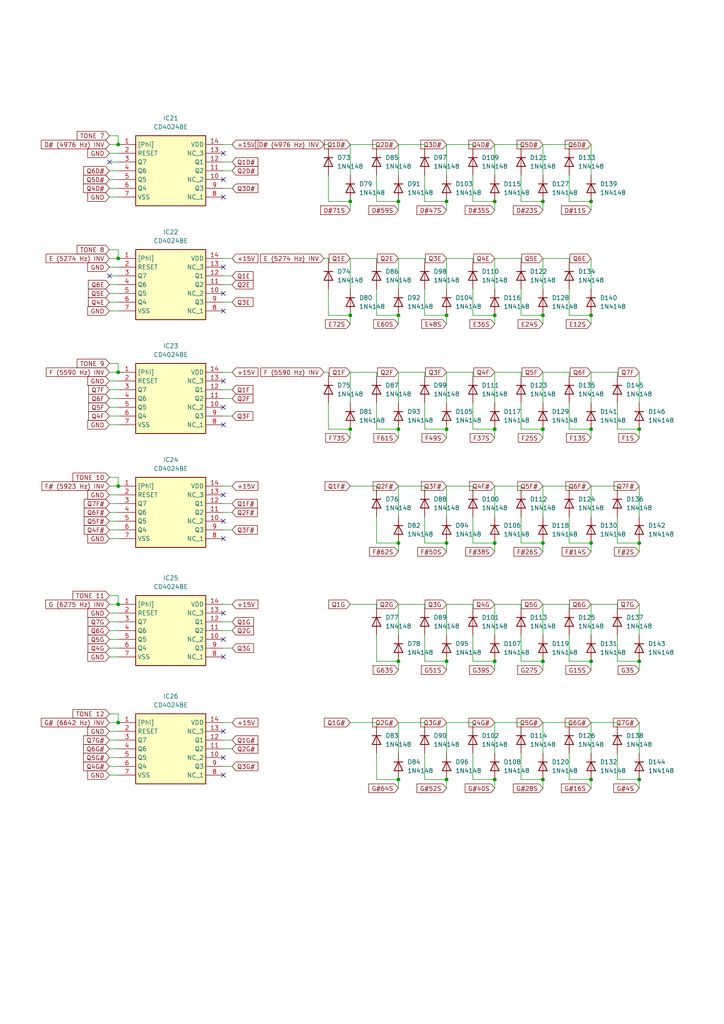
<source format=kicad_sch>
(kicad_sch (version 20230121) (generator eeschema)
  (paper "A4" portrait)
  (junction (at 129.54 91.44))
  (junction (at 115.57 58.42))
  (junction (at 34.29 74.93))
  (junction (at 157.48 124.46))
  (junction (at 129.54 124.46))
  (junction (at 171.45 157.48))
  (junction (at 171.45 58.42))
  (junction (at 34.29 209.55))
  (junction (at 171.45 191.77))
  (junction (at 171.45 124.46))
  (junction (at 185.42 124.46))
  (junction (at 143.51 226.06))
  (junction (at 157.48 91.44))
  (junction (at 157.48 157.48))
  (junction (at 157.48 226.06))
  (junction (at 129.54 157.48))
  (junction (at 143.51 124.46))
  (junction (at 101.6 91.44))
  (junction (at 34.29 175.26))
  (junction (at 129.54 58.42))
  (junction (at 115.57 124.46))
  (junction (at 101.6 124.46))
  (junction (at 143.51 58.42))
  (junction (at 34.29 41.91))
  (junction (at 171.45 226.06))
  (junction (at 185.42 157.48))
  (junction (at 115.57 191.77))
  (junction (at 129.54 226.06))
  (junction (at 185.42 191.77))
  (junction (at 115.57 91.44))
  (junction (at 185.42 226.06))
  (junction (at 34.29 140.97))
  (junction (at 101.6 58.42))
  (junction (at 143.51 91.44))
  (junction (at 115.57 226.06))
  (junction (at 157.48 58.42))
  (junction (at 115.57 157.48))
  (junction (at 157.48 191.77))
  (junction (at 143.51 191.77))
  (junction (at 129.54 191.77))
  (junction (at 143.51 157.48))
  (junction (at 34.29 107.95))
  (junction (at 171.45 91.44))
  (no_connect (at 64.77 118.11))
  (no_connect (at 64.77 219.71))
  (no_connect (at 31.75 80.01))
  (no_connect (at 64.77 110.49))
  (no_connect (at 64.77 156.21))
  (no_connect (at 31.75 46.99))
  (no_connect (at 64.77 44.45))
  (no_connect (at 64.77 52.07))
  (no_connect (at 64.77 212.09))
  (no_connect (at 64.77 90.17))
  (no_connect (at 64.77 77.47))
  (no_connect (at 64.77 85.09))
  (no_connect (at 64.77 143.51))
  (no_connect (at 64.77 177.8))
  (no_connect (at 64.77 151.13))
  (no_connect (at 64.77 123.19))
  (no_connect (at 64.77 57.15))
  (no_connect (at 64.77 190.5))
  (no_connect (at 64.77 224.79))
  (no_connect (at 64.77 185.42))
  (wire (pts (xy 157.48 124.46) (xy 157.48 127)))
  (wire (pts (xy 34.29 39.37) (xy 34.29 41.91)))
  (wire (pts (xy 157.48 41.91) (xy 157.48 50.8)))
  (wire (pts (xy 31.75 80.01) (xy 34.29 80.01)))
  (wire (pts (xy 137.16 50.8) (xy 137.16 58.42)))
  (wire (pts (xy 157.48 140.97) (xy 165.1 140.97)))
  (wire (pts (xy 157.48 157.48) (xy 157.48 160.02)))
  (wire (pts (xy 31.75 41.91) (xy 34.29 41.91)))
  (wire (pts (xy 109.22 41.91) (xy 109.22 43.18)))
  (wire (pts (xy 115.57 191.77) (xy 115.57 194.31)))
  (wire (pts (xy 165.1 58.42) (xy 171.45 58.42)))
  (wire (pts (xy 31.75 118.11) (xy 34.29 118.11)))
  (wire (pts (xy 123.19 184.15) (xy 123.19 191.77)))
  (wire (pts (xy 137.16 124.46) (xy 143.51 124.46)))
  (wire (pts (xy 157.48 226.06) (xy 157.48 228.6)))
  (wire (pts (xy 179.07 226.06) (xy 185.42 226.06)))
  (wire (pts (xy 101.6 140.97) (xy 109.22 140.97)))
  (wire (pts (xy 171.45 209.55) (xy 179.07 209.55)))
  (wire (pts (xy 129.54 58.42) (xy 129.54 60.96)))
  (wire (pts (xy 31.75 77.47) (xy 34.29 77.47)))
  (wire (pts (xy 31.75 72.39) (xy 34.29 72.39)))
  (wire (pts (xy 101.6 74.93) (xy 109.22 74.93)))
  (wire (pts (xy 123.19 91.44) (xy 129.54 91.44)))
  (wire (pts (xy 151.13 58.42) (xy 157.48 58.42)))
  (wire (pts (xy 109.22 74.93) (xy 109.22 76.2)))
  (wire (pts (xy 137.16 191.77) (xy 143.51 191.77)))
  (wire (pts (xy 31.75 115.57) (xy 34.29 115.57)))
  (wire (pts (xy 137.16 58.42) (xy 143.51 58.42)))
  (wire (pts (xy 143.51 41.91) (xy 151.13 41.91)))
  (wire (pts (xy 165.1 50.8) (xy 165.1 58.42)))
  (wire (pts (xy 123.19 209.55) (xy 123.19 210.82)))
  (wire (pts (xy 109.22 83.82) (xy 109.22 91.44)))
  (wire (pts (xy 115.57 175.26) (xy 123.19 175.26)))
  (wire (pts (xy 31.75 175.26) (xy 34.29 175.26)))
  (wire (pts (xy 165.1 116.84) (xy 165.1 124.46)))
  (wire (pts (xy 151.13 74.93) (xy 151.13 76.2)))
  (wire (pts (xy 115.57 107.95) (xy 123.19 107.95)))
  (wire (pts (xy 31.75 151.13) (xy 34.29 151.13)))
  (wire (pts (xy 67.31 182.88) (xy 64.77 182.88)))
  (wire (pts (xy 31.75 143.51) (xy 34.29 143.51)))
  (wire (pts (xy 137.16 184.15) (xy 137.16 191.77)))
  (wire (pts (xy 171.45 175.26) (xy 171.45 184.15)))
  (wire (pts (xy 123.19 140.97) (xy 123.19 142.24)))
  (wire (pts (xy 143.51 91.44) (xy 143.51 93.98)))
  (wire (pts (xy 151.13 175.26) (xy 151.13 176.53)))
  (wire (pts (xy 67.31 146.05) (xy 64.77 146.05)))
  (wire (pts (xy 123.19 175.26) (xy 123.19 176.53)))
  (wire (pts (xy 143.51 124.46) (xy 143.51 127)))
  (wire (pts (xy 165.1 175.26) (xy 165.1 176.53)))
  (wire (pts (xy 129.54 175.26) (xy 137.16 175.26)))
  (wire (pts (xy 123.19 157.48) (xy 129.54 157.48)))
  (wire (pts (xy 101.6 41.91) (xy 109.22 41.91)))
  (wire (pts (xy 31.75 180.34) (xy 34.29 180.34)))
  (wire (pts (xy 101.6 107.95) (xy 109.22 107.95)))
  (wire (pts (xy 129.54 91.44) (xy 129.54 93.98)))
  (wire (pts (xy 31.75 212.09) (xy 34.29 212.09)))
  (wire (pts (xy 143.51 140.97) (xy 151.13 140.97)))
  (wire (pts (xy 171.45 209.55) (xy 171.45 218.44)))
  (wire (pts (xy 143.51 140.97) (xy 143.51 149.86)))
  (wire (pts (xy 143.51 107.95) (xy 143.51 116.84)))
  (wire (pts (xy 109.22 184.15) (xy 109.22 191.77)))
  (wire (pts (xy 101.6 74.93) (xy 101.6 83.82)))
  (wire (pts (xy 171.45 191.77) (xy 171.45 194.31)))
  (wire (pts (xy 157.48 74.93) (xy 165.1 74.93)))
  (wire (pts (xy 67.31 49.53) (xy 64.77 49.53)))
  (wire (pts (xy 165.1 149.86) (xy 165.1 157.48)))
  (wire (pts (xy 67.31 54.61) (xy 64.77 54.61)))
  (wire (pts (xy 31.75 85.09) (xy 34.29 85.09)))
  (wire (pts (xy 123.19 218.44) (xy 123.19 226.06)))
  (wire (pts (xy 67.31 175.26) (xy 64.77 175.26)))
  (wire (pts (xy 129.54 226.06) (xy 129.54 228.6)))
  (wire (pts (xy 109.22 209.55) (xy 109.22 210.82)))
  (wire (pts (xy 171.45 140.97) (xy 171.45 149.86)))
  (wire (pts (xy 67.31 209.55) (xy 64.77 209.55)))
  (wire (pts (xy 109.22 226.06) (xy 115.57 226.06)))
  (wire (pts (xy 171.45 41.91) (xy 171.45 50.8)))
  (wire (pts (xy 123.19 191.77) (xy 129.54 191.77)))
  (wire (pts (xy 151.13 157.48) (xy 157.48 157.48)))
  (wire (pts (xy 129.54 41.91) (xy 129.54 50.8)))
  (wire (pts (xy 185.42 157.48) (xy 185.42 160.02)))
  (wire (pts (xy 143.51 175.26) (xy 143.51 184.15)))
  (wire (pts (xy 123.19 74.93) (xy 123.19 76.2)))
  (wire (pts (xy 95.25 107.95) (xy 95.25 109.22)))
  (wire (pts (xy 31.75 224.79) (xy 34.29 224.79)))
  (wire (pts (xy 143.51 191.77) (xy 143.51 194.31)))
  (wire (pts (xy 143.51 107.95) (xy 151.13 107.95)))
  (wire (pts (xy 179.07 149.86) (xy 179.07 157.48)))
  (wire (pts (xy 143.51 74.93) (xy 143.51 83.82)))
  (wire (pts (xy 67.31 82.55) (xy 64.77 82.55)))
  (wire (pts (xy 179.07 140.97) (xy 179.07 142.24)))
  (wire (pts (xy 67.31 217.17) (xy 64.77 217.17)))
  (wire (pts (xy 179.07 184.15) (xy 179.07 191.77)))
  (wire (pts (xy 123.19 50.8) (xy 123.19 58.42)))
  (wire (pts (xy 67.31 120.65) (xy 64.77 120.65)))
  (wire (pts (xy 171.45 91.44) (xy 171.45 93.98)))
  (wire (pts (xy 129.54 124.46) (xy 129.54 127)))
  (wire (pts (xy 109.22 191.77) (xy 115.57 191.77)))
  (wire (pts (xy 137.16 218.44) (xy 137.16 226.06)))
  (wire (pts (xy 115.57 41.91) (xy 115.57 50.8)))
  (wire (pts (xy 151.13 226.06) (xy 157.48 226.06)))
  (wire (pts (xy 179.07 124.46) (xy 185.42 124.46)))
  (wire (pts (xy 31.75 172.72) (xy 34.29 172.72)))
  (wire (pts (xy 31.75 219.71) (xy 34.29 219.71)))
  (wire (pts (xy 31.75 140.97) (xy 34.29 140.97)))
  (wire (pts (xy 171.45 175.26) (xy 179.07 175.26)))
  (wire (pts (xy 165.1 191.77) (xy 171.45 191.77)))
  (wire (pts (xy 129.54 140.97) (xy 129.54 149.86)))
  (wire (pts (xy 31.75 214.63) (xy 34.29 214.63)))
  (wire (pts (xy 129.54 191.77) (xy 129.54 194.31)))
  (wire (pts (xy 109.22 91.44) (xy 115.57 91.44)))
  (wire (pts (xy 31.75 187.96) (xy 34.29 187.96)))
  (wire (pts (xy 31.75 107.95) (xy 34.29 107.95)))
  (wire (pts (xy 31.75 120.65) (xy 34.29 120.65)))
  (wire (pts (xy 31.75 209.55) (xy 34.29 209.55)))
  (wire (pts (xy 95.25 83.82) (xy 95.25 91.44)))
  (wire (pts (xy 165.1 74.93) (xy 165.1 76.2)))
  (wire (pts (xy 151.13 50.8) (xy 151.13 58.42)))
  (wire (pts (xy 101.6 91.44) (xy 101.6 93.98)))
  (wire (pts (xy 95.25 41.91) (xy 95.25 43.18)))
  (wire (pts (xy 137.16 116.84) (xy 137.16 124.46)))
  (wire (pts (xy 157.48 175.26) (xy 165.1 175.26)))
  (wire (pts (xy 179.07 175.26) (xy 179.07 176.53)))
  (wire (pts (xy 157.48 209.55) (xy 157.48 218.44)))
  (wire (pts (xy 129.54 41.91) (xy 137.16 41.91)))
  (wire (pts (xy 185.42 124.46) (xy 185.42 127)))
  (wire (pts (xy 115.57 107.95) (xy 115.57 116.84)))
  (wire (pts (xy 115.57 209.55) (xy 123.19 209.55)))
  (wire (pts (xy 151.13 209.55) (xy 151.13 210.82)))
  (wire (pts (xy 67.31 148.59) (xy 64.77 148.59)))
  (wire (pts (xy 109.22 116.84) (xy 109.22 124.46)))
  (wire (pts (xy 115.57 58.42) (xy 115.57 60.96)))
  (wire (pts (xy 123.19 41.91) (xy 123.19 43.18)))
  (wire (pts (xy 129.54 74.93) (xy 129.54 83.82)))
  (wire (pts (xy 109.22 124.46) (xy 115.57 124.46)))
  (wire (pts (xy 31.75 90.17) (xy 34.29 90.17)))
  (wire (pts (xy 93.98 107.95) (xy 95.25 107.95)))
  (wire (pts (xy 31.75 39.37) (xy 34.29 39.37)))
  (wire (pts (xy 34.29 207.01) (xy 34.29 209.55)))
  (wire (pts (xy 115.57 140.97) (xy 115.57 149.86)))
  (wire (pts (xy 31.75 54.61) (xy 34.29 54.61)))
  (wire (pts (xy 137.16 91.44) (xy 143.51 91.44)))
  (wire (pts (xy 157.48 58.42) (xy 157.48 60.96)))
  (wire (pts (xy 67.31 153.67) (xy 64.77 153.67)))
  (wire (pts (xy 137.16 83.82) (xy 137.16 91.44)))
  (wire (pts (xy 31.75 153.67) (xy 34.29 153.67)))
  (wire (pts (xy 34.29 105.41) (xy 34.29 107.95)))
  (wire (pts (xy 101.6 124.46) (xy 101.6 127)))
  (wire (pts (xy 109.22 58.42) (xy 115.57 58.42)))
  (wire (pts (xy 67.31 74.93) (xy 64.77 74.93)))
  (wire (pts (xy 151.13 149.86) (xy 151.13 157.48)))
  (wire (pts (xy 185.42 226.06) (xy 185.42 228.6)))
  (wire (pts (xy 31.75 113.03) (xy 34.29 113.03)))
  (wire (pts (xy 137.16 107.95) (xy 137.16 109.22)))
  (wire (pts (xy 171.45 157.48) (xy 171.45 160.02)))
  (wire (pts (xy 115.57 226.06) (xy 115.57 228.6)))
  (wire (pts (xy 95.25 58.42) (xy 101.6 58.42)))
  (wire (pts (xy 115.57 74.93) (xy 123.19 74.93)))
  (wire (pts (xy 101.6 209.55) (xy 109.22 209.55)))
  (wire (pts (xy 95.25 74.93) (xy 95.25 76.2)))
  (wire (pts (xy 151.13 91.44) (xy 157.48 91.44)))
  (wire (pts (xy 115.57 74.93) (xy 115.57 83.82)))
  (wire (pts (xy 95.25 116.84) (xy 95.25 124.46)))
  (wire (pts (xy 157.48 74.93) (xy 157.48 83.82)))
  (wire (pts (xy 31.75 74.93) (xy 34.29 74.93)))
  (wire (pts (xy 67.31 140.97) (xy 64.77 140.97)))
  (wire (pts (xy 67.31 214.63) (xy 64.77 214.63)))
  (wire (pts (xy 115.57 209.55) (xy 115.57 218.44)))
  (wire (pts (xy 115.57 41.91) (xy 123.19 41.91)))
  (wire (pts (xy 165.1 124.46) (xy 171.45 124.46)))
  (wire (pts (xy 151.13 116.84) (xy 151.13 124.46)))
  (wire (pts (xy 151.13 124.46) (xy 157.48 124.46)))
  (wire (pts (xy 129.54 107.95) (xy 137.16 107.95)))
  (wire (pts (xy 157.48 175.26) (xy 157.48 184.15)))
  (wire (pts (xy 123.19 149.86) (xy 123.19 157.48)))
  (wire (pts (xy 115.57 175.26) (xy 115.57 184.15)))
  (wire (pts (xy 171.45 140.97) (xy 179.07 140.97)))
  (wire (pts (xy 31.75 182.88) (xy 34.29 182.88)))
  (wire (pts (xy 129.54 74.93) (xy 137.16 74.93)))
  (wire (pts (xy 157.48 191.77) (xy 157.48 194.31)))
  (wire (pts (xy 171.45 226.06) (xy 171.45 228.6)))
  (wire (pts (xy 137.16 226.06) (xy 143.51 226.06)))
  (wire (pts (xy 151.13 107.95) (xy 151.13 109.22)))
  (wire (pts (xy 109.22 157.48) (xy 115.57 157.48)))
  (wire (pts (xy 31.75 52.07) (xy 34.29 52.07)))
  (wire (pts (xy 31.75 190.5) (xy 34.29 190.5)))
  (wire (pts (xy 143.51 157.48) (xy 143.51 160.02)))
  (wire (pts (xy 67.31 41.91) (xy 64.77 41.91)))
  (wire (pts (xy 143.51 175.26) (xy 151.13 175.26)))
  (wire (pts (xy 31.75 57.15) (xy 34.29 57.15)))
  (wire (pts (xy 95.25 124.46) (xy 101.6 124.46)))
  (wire (pts (xy 31.75 185.42) (xy 34.29 185.42)))
  (wire (pts (xy 151.13 83.82) (xy 151.13 91.44)))
  (wire (pts (xy 165.1 184.15) (xy 165.1 191.77)))
  (wire (pts (xy 31.75 138.43) (xy 34.29 138.43)))
  (wire (pts (xy 171.45 124.46) (xy 171.45 127)))
  (wire (pts (xy 101.6 41.91) (xy 101.6 50.8)))
  (wire (pts (xy 143.51 226.06) (xy 143.51 228.6)))
  (wire (pts (xy 31.75 148.59) (xy 34.29 148.59)))
  (wire (pts (xy 31.75 146.05) (xy 34.29 146.05)))
  (wire (pts (xy 185.42 140.97) (xy 185.42 149.86)))
  (wire (pts (xy 123.19 107.95) (xy 123.19 109.22)))
  (wire (pts (xy 31.75 222.25) (xy 34.29 222.25)))
  (wire (pts (xy 179.07 191.77) (xy 185.42 191.77)))
  (wire (pts (xy 31.75 105.41) (xy 34.29 105.41)))
  (wire (pts (xy 109.22 218.44) (xy 109.22 226.06)))
  (wire (pts (xy 31.75 87.63) (xy 34.29 87.63)))
  (wire (pts (xy 31.75 82.55) (xy 34.29 82.55)))
  (wire (pts (xy 109.22 175.26) (xy 109.22 176.53)))
  (wire (pts (xy 157.48 107.95) (xy 165.1 107.95)))
  (wire (pts (xy 123.19 124.46) (xy 129.54 124.46)))
  (wire (pts (xy 34.29 172.72) (xy 34.29 175.26)))
  (wire (pts (xy 67.31 107.95) (xy 64.77 107.95)))
  (wire (pts (xy 109.22 140.97) (xy 109.22 142.24)))
  (wire (pts (xy 115.57 157.48) (xy 115.57 160.02)))
  (wire (pts (xy 129.54 140.97) (xy 137.16 140.97)))
  (wire (pts (xy 95.25 91.44) (xy 101.6 91.44)))
  (wire (pts (xy 171.45 74.93) (xy 171.45 83.82)))
  (wire (pts (xy 151.13 41.91) (xy 151.13 43.18)))
  (wire (pts (xy 157.48 107.95) (xy 157.48 116.84)))
  (wire (pts (xy 157.48 209.55) (xy 165.1 209.55)))
  (wire (pts (xy 67.31 187.96) (xy 64.77 187.96)))
  (wire (pts (xy 129.54 209.55) (xy 137.16 209.55)))
  (wire (pts (xy 165.1 140.97) (xy 165.1 142.24)))
  (wire (pts (xy 165.1 226.06) (xy 171.45 226.06)))
  (wire (pts (xy 143.51 58.42) (xy 143.51 60.96)))
  (wire (pts (xy 109.22 149.86) (xy 109.22 157.48)))
  (wire (pts (xy 185.42 175.26) (xy 185.42 184.15)))
  (wire (pts (xy 165.1 83.82) (xy 165.1 91.44)))
  (wire (pts (xy 137.16 74.93) (xy 137.16 76.2)))
  (wire (pts (xy 67.31 115.57) (xy 64.77 115.57)))
  (wire (pts (xy 165.1 41.91) (xy 165.1 43.18)))
  (wire (pts (xy 143.51 41.91) (xy 143.51 50.8)))
  (wire (pts (xy 151.13 218.44) (xy 151.13 226.06)))
  (wire (pts (xy 31.75 156.21) (xy 34.29 156.21)))
  (wire (pts (xy 165.1 209.55) (xy 165.1 210.82)))
  (wire (pts (xy 157.48 91.44) (xy 157.48 93.98)))
  (wire (pts (xy 115.57 124.46) (xy 115.57 127)))
  (wire (pts (xy 179.07 116.84) (xy 179.07 124.46)))
  (wire (pts (xy 151.13 191.77) (xy 157.48 191.77)))
  (wire (pts (xy 179.07 107.95) (xy 179.07 109.22)))
  (wire (pts (xy 185.42 107.95) (xy 185.42 116.84)))
  (wire (pts (xy 129.54 157.48) (xy 129.54 160.02)))
  (wire (pts (xy 67.31 87.63) (xy 64.77 87.63)))
  (wire (pts (xy 137.16 140.97) (xy 137.16 142.24)))
  (wire (pts (xy 137.16 175.26) (xy 137.16 176.53)))
  (wire (pts (xy 101.6 107.95) (xy 101.6 116.84)))
  (wire (pts (xy 93.98 41.91) (xy 95.25 41.91)))
  (wire (pts (xy 151.13 184.15) (xy 151.13 191.77)))
  (wire (pts (xy 129.54 209.55) (xy 129.54 218.44)))
  (wire (pts (xy 67.31 222.25) (xy 64.77 222.25)))
  (wire (pts (xy 31.75 207.01) (xy 34.29 207.01)))
  (wire (pts (xy 67.31 46.99) (xy 64.77 46.99)))
  (wire (pts (xy 31.75 217.17) (xy 34.29 217.17)))
  (wire (pts (xy 31.75 49.53) (xy 34.29 49.53)))
  (wire (pts (xy 185.42 209.55) (xy 185.42 218.44)))
  (wire (pts (xy 179.07 209.55) (xy 179.07 210.82)))
  (wire (pts (xy 95.25 50.8) (xy 95.25 58.42)))
  (wire (pts (xy 165.1 91.44) (xy 171.45 91.44)))
  (wire (pts (xy 143.51 74.93) (xy 151.13 74.93)))
  (wire (pts (xy 165.1 157.48) (xy 171.45 157.48)))
  (wire (pts (xy 123.19 116.84) (xy 123.19 124.46)))
  (wire (pts (xy 93.98 74.93) (xy 95.25 74.93)))
  (wire (pts (xy 31.75 177.8) (xy 34.29 177.8)))
  (wire (pts (xy 31.75 44.45) (xy 34.29 44.45)))
  (wire (pts (xy 101.6 175.26) (xy 109.22 175.26)))
  (wire (pts (xy 151.13 140.97) (xy 151.13 142.24)))
  (wire (pts (xy 143.51 209.55) (xy 143.51 218.44)))
  (wire (pts (xy 137.16 41.91) (xy 137.16 43.18)))
  (wire (pts (xy 67.31 180.34) (xy 64.77 180.34)))
  (wire (pts (xy 34.29 138.43) (xy 34.29 140.97)))
  (wire (pts (xy 185.42 191.77) (xy 185.42 194.31)))
  (wire (pts (xy 123.19 58.42) (xy 129.54 58.42)))
  (wire (pts (xy 31.75 123.19) (xy 34.29 123.19)))
  (wire (pts (xy 171.45 107.95) (xy 179.07 107.95)))
  (wire (pts (xy 137.16 149.86) (xy 137.16 157.48)))
  (wire (pts (xy 31.75 110.49) (xy 34.29 110.49)))
  (wire (pts (xy 165.1 107.95) (xy 165.1 109.22)))
  (wire (pts (xy 157.48 140.97) (xy 157.48 149.86)))
  (wire (pts (xy 137.16 157.48) (xy 143.51 157.48)))
  (wire (pts (xy 67.31 80.01) (xy 64.77 80.01)))
  (wire (pts (xy 129.54 107.95) (xy 129.54 116.84)))
  (wire (pts (xy 157.48 41.91) (xy 165.1 41.91)))
  (wire (pts (xy 179.07 218.44) (xy 179.07 226.06)))
  (wire (pts (xy 123.19 226.06) (xy 129.54 226.06)))
  (wire (pts (xy 143.51 209.55) (xy 151.13 209.55)))
  (wire (pts (xy 101.6 58.42) (xy 101.6 60.96)))
  (wire (pts (xy 123.19 83.82) (xy 123.19 91.44)))
  (wire (pts (xy 34.29 72.39) (xy 34.29 74.93)))
  (wire (pts (xy 165.1 218.44) (xy 165.1 226.06)))
  (wire (pts (xy 171.45 58.42) (xy 171.45 60.96)))
  (wire (pts (xy 109.22 50.8) (xy 109.22 58.42)))
  (wire (pts (xy 67.31 113.03) (xy 64.77 113.03)))
  (wire (pts (xy 137.16 209.55) (xy 137.16 210.82)))
  (wire (pts (xy 129.54 175.26) (xy 129.54 184.15)))
  (wire (pts (xy 31.75 46.99) (xy 34.29 46.99)))
  (wire (pts (xy 171.45 107.95) (xy 171.45 116.84)))
  (wire (pts (xy 179.07 157.48) (xy 185.42 157.48)))
  (wire (pts (xy 115.57 140.97) (xy 123.19 140.97)))
  (wire (pts (xy 115.57 91.44) (xy 115.57 93.98)))
  (wire (pts (xy 109.22 107.95) (xy 109.22 109.22)))
  (global_label "Q4F" (shape input) (at 143.51 107.95 180) (property "Intersheetrefs" "${INTERSHEET_REFS}" (effects hide)))
  (global_label "Q2G" (shape input) (at 115.57 175.26 180) (property "Intersheetrefs" "${INTERSHEET_REFS}" (effects hide)))
  (global_label "Q3D#" (shape input) (at 129.54 41.91 180) (property "Intersheetrefs" "${INTERSHEET_REFS}" (effects hide)))
  (global_label "Q6G" (shape input) (at 31.75 182.88 180) (property "Intersheetrefs" "${INTERSHEET_REFS}" (effects hide)))
  (global_label "E12S" (shape input) (at 171.45 93.98 180) (property "Intersheetrefs" "${INTERSHEET_REFS}" (effects hide)))
  (global_label "Q4E" (shape input) (at 31.75 87.63 180) (property "Intersheetrefs" "${INTERSHEET_REFS}" (effects hide)))
  (global_label "D#11S" (shape input) (at 171.45 60.96 180) (property "Intersheetrefs" "${INTERSHEET_REFS}" (effects hide)))
  (global_label "Q4G" (shape input) (at 31.75 187.96 180) (property "Intersheetrefs" "${INTERSHEET_REFS}" (effects hide)))
  (global_label "F#50S" (shape input) (at 129.54 160.02 180) (property "Intersheetrefs" "${INTERSHEET_REFS}" (effects hide)))
  (global_label "G39S" (shape input) (at 143.51 194.31 180) (property "Intersheetrefs" "${INTERSHEET_REFS}" (effects hide)))
  (global_label "Q3F" (shape input) (at 67.31 120.65 0) (property "Intersheetrefs" "${INTERSHEET_REFS}" (effects hide)))
  (global_label "Q1F#" (shape input) (at 101.6 140.97 180) (property "Intersheetrefs" "${INTERSHEET_REFS}" (effects hide)))
  (global_label "Q2D#" (shape input) (at 67.31 49.53 0) (property "Intersheetrefs" "${INTERSHEET_REFS}" (effects hide)))
  (global_label "Q4G#" (shape input) (at 143.51 209.55 180) (property "Intersheetrefs" "${INTERSHEET_REFS}" (effects hide)))
  (global_label "GND" (shape input) (at 31.75 77.47 180) (property "Intersheetrefs" "${INTERSHEET_REFS}" (effects hide)))
  (global_label "Q7G" (shape input) (at 185.42 175.26 180) (property "Intersheetrefs" "${INTERSHEET_REFS}" (effects hide)))
  (global_label "Q4E" (shape input) (at 143.51 74.93 180) (property "Intersheetrefs" "${INTERSHEET_REFS}" (effects hide)))
  (global_label "F# (5923 Hz) INV" (shape input) (at 31.75 140.97 180) (property "Intersheetrefs" "${INTERSHEET_REFS}" (effects hide)))
  (global_label "Q3E" (shape input) (at 129.54 74.93 180) (property "Intersheetrefs" "${INTERSHEET_REFS}" (effects hide)))
  (global_label "G# (6642 Hz) INV" (shape input) (at 31.75 209.55 180) (property "Intersheetrefs" "${INTERSHEET_REFS}" (effects hide)))
  (global_label "D# (4976 Hz) INV" (shape input) (at 93.98 41.91 180) (property "Intersheetrefs" "${INTERSHEET_REFS}" (effects hide)))
  (global_label "Q5G" (shape input) (at 31.75 185.42 180) (property "Intersheetrefs" "${INTERSHEET_REFS}" (effects hide)))
  (global_label "Q2F#" (shape input) (at 115.57 140.97 180) (property "Intersheetrefs" "${INTERSHEET_REFS}" (effects hide)))
  (global_label "E (5274 Hz) INV" (shape input) (at 31.75 74.93 180) (property "Intersheetrefs" "${INTERSHEET_REFS}" (effects hide)))
  (global_label "F49S" (shape input) (at 129.54 127 180) (property "Intersheetrefs" "${INTERSHEET_REFS}" (effects hide)))
  (global_label "GND" (shape input) (at 31.75 212.09 180) (property "Intersheetrefs" "${INTERSHEET_REFS}" (effects hide)))
  (global_label "Q6D#" (shape input) (at 171.45 41.91 180) (property "Intersheetrefs" "${INTERSHEET_REFS}" (effects hide)))
  (global_label "F#62S" (shape input) (at 115.57 160.02 180) (property "Intersheetrefs" "${INTERSHEET_REFS}" (effects hide)))
  (global_label "Q4G#" (shape input) (at 31.75 222.25 180) (property "Intersheetrefs" "${INTERSHEET_REFS}" (effects hide)))
  (global_label "Q3F#" (shape input) (at 129.54 140.97 180) (property "Intersheetrefs" "${INTERSHEET_REFS}" (effects hide)))
  (global_label "GND" (shape input) (at 31.75 143.51 180) (property "Intersheetrefs" "${INTERSHEET_REFS}" (effects hide)))
  (global_label "Q3G#" (shape input) (at 67.31 222.25 0) (property "Intersheetrefs" "${INTERSHEET_REFS}" (effects hide)))
  (global_label "G#40S" (shape input) (at 143.51 228.6 180) (property "Intersheetrefs" "${INTERSHEET_REFS}" (effects hide)))
  (global_label "Q2D#" (shape input) (at 115.57 41.91 180) (property "Intersheetrefs" "${INTERSHEET_REFS}" (effects hide)))
  (global_label "Q3E" (shape input) (at 67.31 87.63 0) (property "Intersheetrefs" "${INTERSHEET_REFS}" (effects hide)))
  (global_label "GND" (shape input) (at 31.75 177.8 180) (property "Intersheetrefs" "${INTERSHEET_REFS}" (effects hide)))
  (global_label "Q1G" (shape input) (at 101.6 175.26 180) (property "Intersheetrefs" "${INTERSHEET_REFS}" (effects hide)))
  (global_label "GND" (shape input) (at 31.75 57.15 180) (property "Intersheetrefs" "${INTERSHEET_REFS}" (effects hide)))
  (global_label "D#35S" (shape input) (at 143.51 60.96 180) (property "Intersheetrefs" "${INTERSHEET_REFS}" (effects hide)))
  (global_label "G51S" (shape input) (at 129.54 194.31 180) (property "Intersheetrefs" "${INTERSHEET_REFS}" (effects hide)))
  (global_label "Q5F" (shape input) (at 157.48 107.95 180) (property "Intersheetrefs" "${INTERSHEET_REFS}" (effects hide)))
  (global_label "Q1G#" (shape input) (at 101.6 209.55 180) (property "Intersheetrefs" "${INTERSHEET_REFS}" (effects hide)))
  (global_label "TONE 12" (shape input) (at 31.75 207.01 180) (property "Intersheetrefs" "${INTERSHEET_REFS}" (effects hide)))
  (global_label "Q2F" (shape input) (at 115.57 107.95 180) (property "Intersheetrefs" "${INTERSHEET_REFS}" (effects hide)))
  (global_label "G#52S" (shape input) (at 129.54 228.6 180) (property "Intersheetrefs" "${INTERSHEET_REFS}" (effects hide)))
  (global_label "F13S" (shape input) (at 171.45 127 180) (property "Intersheetrefs" "${INTERSHEET_REFS}" (effects hide)))
  (global_label "G#16S" (shape input) (at 171.45 228.6 180) (property "Intersheetrefs" "${INTERSHEET_REFS}" (effects hide)))
  (global_label "GND" (shape input) (at 31.75 156.21 180) (property "Intersheetrefs" "${INTERSHEET_REFS}" (effects hide)))
  (global_label "Q2G#" (shape input) (at 115.57 209.55 180) (property "Intersheetrefs" "${INTERSHEET_REFS}" (effects hide)))
  (global_label "G#64S" (shape input) (at 115.57 228.6 180) (property "Intersheetrefs" "${INTERSHEET_REFS}" (effects hide)))
  (global_label "G3S" (shape input) (at 185.42 194.31 180) (property "Intersheetrefs" "${INTERSHEET_REFS}" (effects hide)))
  (global_label "TONE 7" (shape input) (at 31.75 39.37 180) (property "Intersheetrefs" "${INTERSHEET_REFS}" (effects hide)))
  (global_label "Q3G#" (shape input) (at 129.54 209.55 180) (property "Intersheetrefs" "${INTERSHEET_REFS}" (effects hide)))
  (global_label "Q4F#" (shape input) (at 143.51 140.97 180) (property "Intersheetrefs" "${INTERSHEET_REFS}" (effects hide)))
  (global_label "Q7G" (shape input) (at 31.75 180.34 180) (property "Intersheetrefs" "${INTERSHEET_REFS}" (effects hide)))
  (global_label "Q2E" (shape input) (at 67.31 82.55 0) (property "Intersheetrefs" "${INTERSHEET_REFS}" (effects hide)))
  (global_label "+15V" (shape input) (at 67.31 140.97 0) (property "Intersheetrefs" "${INTERSHEET_REFS}" (effects hide)))
  (global_label "G63S" (shape input) (at 115.57 194.31 180) (property "Intersheetrefs" "${INTERSHEET_REFS}" (effects hide)))
  (global_label "Q3G" (shape input) (at 67.31 187.96 0) (property "Intersheetrefs" "${INTERSHEET_REFS}" (effects hide)))
  (global_label "Q1F" (shape input) (at 101.6 107.95 180) (property "Intersheetrefs" "${INTERSHEET_REFS}" (effects hide)))
  (global_label "Q4D#" (shape input) (at 31.75 54.61 180) (property "Intersheetrefs" "${INTERSHEET_REFS}" (effects hide)))
  (global_label "GND" (shape input) (at 31.75 90.17 180) (property "Intersheetrefs" "${INTERSHEET_REFS}" (effects hide)))
  (global_label "F#38S" (shape input) (at 143.51 160.02 180) (property "Intersheetrefs" "${INTERSHEET_REFS}" (effects hide)))
  (global_label "Q6F#" (shape input) (at 171.45 140.97 180) (property "Intersheetrefs" "${INTERSHEET_REFS}" (effects hide)))
  (global_label "D# (4976 Hz) INV" (shape input) (at 31.75 41.91 180) (property "Intersheetrefs" "${INTERSHEET_REFS}" (effects hide)))
  (global_label "Q5E" (shape input) (at 31.75 85.09 180) (property "Intersheetrefs" "${INTERSHEET_REFS}" (effects hide)))
  (global_label "F37S" (shape input) (at 143.51 127 180) (property "Intersheetrefs" "${INTERSHEET_REFS}" (effects hide)))
  (global_label "+15V" (shape input) (at 67.31 41.91 0) (property "Intersheetrefs" "${INTERSHEET_REFS}" (effects hide)))
  (global_label "GND" (shape input) (at 31.75 190.5 180) (property "Intersheetrefs" "${INTERSHEET_REFS}" (effects hide)))
  (global_label "TONE 10" (shape input) (at 31.75 138.43 180) (property "Intersheetrefs" "${INTERSHEET_REFS}" (effects hide)))
  (global_label "Q1G#" (shape input) (at 67.31 214.63 0) (property "Intersheetrefs" "${INTERSHEET_REFS}" (effects hide)))
  (global_label "Q5G#" (shape input) (at 157.48 209.55 180) (property "Intersheetrefs" "${INTERSHEET_REFS}" (effects hide)))
  (global_label "F61S" (shape input) (at 115.57 127 180) (property "Intersheetrefs" "${INTERSHEET_REFS}" (effects hide)))
  (global_label "Q3F#" (shape input) (at 67.31 153.67 0) (property "Intersheetrefs" "${INTERSHEET_REFS}" (effects hide)))
  (global_label "+15V" (shape input) (at 67.31 74.93 0) (property "Intersheetrefs" "${INTERSHEET_REFS}" (effects hide)))
  (global_label "TONE 9" (shape input) (at 31.75 105.41 180) (property "Intersheetrefs" "${INTERSHEET_REFS}" (effects hide)))
  (global_label "+15V" (shape input) (at 67.31 107.95 0) (property "Intersheetrefs" "${INTERSHEET_REFS}" (effects hide)))
  (global_label "Q6D#" (shape input) (at 31.75 49.53 180) (property "Intersheetrefs" "${INTERSHEET_REFS}" (effects hide)))
  (global_label "Q5F#" (shape input) (at 157.48 140.97 180) (property "Intersheetrefs" "${INTERSHEET_REFS}" (effects hide)))
  (global_label "Q4F" (shape input) (at 31.75 120.65 180) (property "Intersheetrefs" "${INTERSHEET_REFS}" (effects hide)))
  (global_label "Q2E" (shape input) (at 115.57 74.93 180) (property "Intersheetrefs" "${INTERSHEET_REFS}" (effects hide)))
  (global_label "Q1E" (shape input) (at 101.6 74.93 180) (property "Intersheetrefs" "${INTERSHEET_REFS}" (effects hide)))
  (global_label "Q7F" (shape input) (at 31.75 113.03 180) (property "Intersheetrefs" "${INTERSHEET_REFS}" (effects hide)))
  (global_label "Q4G" (shape input) (at 143.51 175.26 180) (property "Intersheetrefs" "${INTERSHEET_REFS}" (effects hide)))
  (global_label "Q5D#" (shape input) (at 157.48 41.91 180) (property "Intersheetrefs" "${INTERSHEET_REFS}" (effects hide)))
  (global_label "Q2G#" (shape input) (at 67.31 217.17 0) (property "Intersheetrefs" "${INTERSHEET_REFS}" (effects hide)))
  (global_label "Q6G#" (shape input) (at 171.45 209.55 180) (property "Intersheetrefs" "${INTERSHEET_REFS}" (effects hide)))
  (global_label "G (6275 Hz) INV" (shape input) (at 31.75 175.26 180) (property "Intersheetrefs" "${INTERSHEET_REFS}" (effects hide)))
  (global_label "Q3G" (shape input) (at 129.54 175.26 180) (property "Intersheetrefs" "${INTERSHEET_REFS}" (effects hide)))
  (global_label "G15S" (shape input) (at 171.45 194.31 180) (property "Intersheetrefs" "${INTERSHEET_REFS}" (effects hide)))
  (global_label "Q1F#" (shape input) (at 67.31 146.05 0) (property "Intersheetrefs" "${INTERSHEET_REFS}" (effects hide)))
  (global_label "E (5274 Hz) INV" (shape input) (at 93.98 74.93 180) (property "Intersheetrefs" "${INTERSHEET_REFS}" (effects hide)))
  (global_label "Q6F" (shape input) (at 171.45 107.95 180) (property "Intersheetrefs" "${INTERSHEET_REFS}" (effects hide)))
  (global_label "E36S" (shape input) (at 143.51 93.98 180) (property "Intersheetrefs" "${INTERSHEET_REFS}" (effects hide)))
  (global_label "Q4D#" (shape input) (at 143.51 41.91 180) (property "Intersheetrefs" "${INTERSHEET_REFS}" (effects hide)))
  (global_label "G27S" (shape input) (at 157.48 194.31 180) (property "Intersheetrefs" "${INTERSHEET_REFS}" (effects hide)))
  (global_label "GND" (shape input) (at 31.75 224.79 180) (property "Intersheetrefs" "${INTERSHEET_REFS}" (effects hide)))
  (global_label "GND" (shape input) (at 31.75 110.49 180) (property "Intersheetrefs" "${INTERSHEET_REFS}" (effects hide)))
  (global_label "TONE 11" (shape input) (at 31.75 172.72 180) (property "Intersheetrefs" "${INTERSHEET_REFS}" (effects hide)))
  (global_label "Q6G" (shape input) (at 171.45 175.26 180) (property "Intersheetrefs" "${INTERSHEET_REFS}" (effects hide)))
  (global_label "Q2F#" (shape input) (at 67.31 148.59 0) (property "Intersheetrefs" "${INTERSHEET_REFS}" (effects hide)))
  (global_label "F (5590 Hz) INV" (shape input) (at 93.98 107.95 180) (property "Intersheetrefs" "${INTERSHEET_REFS}" (effects hide)))
  (global_label "F1S" (shape input) (at 185.42 127 180) (property "Intersheetrefs" "${INTERSHEET_REFS}" (effects hide)))
  (global_label "TONE 8" (shape input) (at 31.75 72.39 180) (property "Intersheetrefs" "${INTERSHEET_REFS}" (effects hide)))
  (global_label "+15V" (shape input) (at 67.31 175.26 0) (property "Intersheetrefs" "${INTERSHEET_REFS}" (effects hide)))
  (global_label "Q5F#" (shape input) (at 31.75 151.13 180) (property "Intersheetrefs" "${INTERSHEET_REFS}" (effects hide)))
  (global_label "F (5590 Hz) INV" (shape input) (at 31.75 107.95 180) (property "Intersheetrefs" "${INTERSHEET_REFS}" (effects hide)))
  (global_label "Q6F" (shape input) (at 31.75 115.57 180) (property "Intersheetrefs" "${INTERSHEET_REFS}" (effects hide)))
  (global_label "Q7G#" (shape input) (at 185.42 209.55 180) (property "Intersheetrefs" "${INTERSHEET_REFS}" (effects hide)))
  (global_label "D#71S" (shape input) (at 101.6 60.96 180) (property "Intersheetrefs" "${INTERSHEET_REFS}" (effects hide)))
  (global_label "Q5D#" (shape input) (at 31.75 52.07 180) (property "Intersheetrefs" "${INTERSHEET_REFS}" (effects hide)))
  (global_label "Q2F" (shape input) (at 67.31 115.57 0) (property "Intersheetrefs" "${INTERSHEET_REFS}" (effects hide)))
  (global_label "G#28S" (shape input) (at 157.48 228.6 180) (property "Intersheetrefs" "${INTERSHEET_REFS}" (effects hide)))
  (global_label "Q1F" (shape input) (at 67.31 113.03 0) (property "Intersheetrefs" "${INTERSHEET_REFS}" (effects hide)))
  (global_label "F25S" (shape input) (at 157.48 127 180) (property "Intersheetrefs" "${INTERSHEET_REFS}" (effects hide)))
  (global_label "Q6F#" (shape input) (at 31.75 148.59 180) (property "Intersheetrefs" "${INTERSHEET_REFS}" (effects hide)))
  (global_label "Q1E" (shape input) (at 67.31 80.01 0) (property "Intersheetrefs" "${INTERSHEET_REFS}" (effects hide)))
  (global_label "Q3D#" (shape input) (at 67.31 54.61 0) (property "Intersheetrefs" "${INTERSHEET_REFS}" (effects hide)))
  (global_label "Q2G" (shape input) (at 67.31 182.88 0) (property "Intersheetrefs" "${INTERSHEET_REFS}" (effects hide)))
  (global_label "D#23S" (shape input) (at 157.48 60.96 180) (property "Intersheetrefs" "${INTERSHEET_REFS}" (effects hide)))
  (global_label "Q7F#" (shape input) (at 185.42 140.97 180) (property "Intersheetrefs" "${INTERSHEET_REFS}" (effects hide)))
  (global_label "GND" (shape input) (at 31.75 44.45 180) (property "Intersheetrefs" "${INTERSHEET_REFS}" (effects hide)))
  (global_label "F#26S" (shape input) (at 157.48 160.02 180) (property "Intersheetrefs" "${INTERSHEET_REFS}" (effects hide)))
  (global_label "D#59S" (shape input) (at 115.57 60.96 180) (property "Intersheetrefs" "${INTERSHEET_REFS}" (effects hide)))
  (global_label "G#4S" (shape input) (at 185.42 228.6 180) (property "Intersheetrefs" "${INTERSHEET_REFS}" (effects hide)))
  (global_label "D#47S" (shape input) (at 129.54 60.96 180) (property "Intersheetrefs" "${INTERSHEET_REFS}" (effects hide)))
  (global_label "E48S" (shape input) (at 129.54 93.98 180) (property "Intersheetrefs" "${INTERSHEET_REFS}" (effects hide)))
  (global_label "Q6E" (shape input) (at 171.45 74.93 180) (property "Intersheetrefs" "${INTERSHEET_REFS}" (effects hide)))
  (global_label "E60S" (shape input) (at 115.57 93.98 180) (property "Intersheetrefs" "${INTERSHEET_REFS}" (effects hide)))
  (global_label "Q5G#" (shape input) (at 31.75 219.71 180) (property "Intersheetrefs" "${INTERSHEET_REFS}" (effects hide)))
  (global_label "E24S" (shape input) (at 157.48 93.98 180) (property "Intersheetrefs" "${INTERSHEET_REFS}" (effects hide)))
  (global_label "Q1D#" (shape input) (at 67.31 46.99 0) (property "Intersheetrefs" "${INTERSHEET_REFS}" (effects hide)))
  (global_label "Q7G#" (shape input) (at 31.75 214.63 180) (property "Intersheetrefs" "${INTERSHEET_REFS}" (effects hide)))
  (global_label "Q6E" (shape input) (at 31.75 82.55 180) (property "Intersheetrefs" "${INTERSHEET_REFS}" (effects hide)))
  (global_label "Q5G" (shape input) (at 157.48 175.26 180) (property "Intersheetrefs" "${INTERSHEET_REFS}" (effects hide)))
  (global_label "Q3F" (shape input) (at 129.54 107.95 180) (property "Intersheetrefs" "${INTERSHEET_REFS}" (effects hide)))
  (global_label "F#2S" (shape input) (at 185.42 160.02 180) (property "Intersheetrefs" "${INTERSHEET_REFS}" (effects hide)))
  (global_label "F73S" (shape input) (at 101.6 127 180) (property "Intersheetrefs" "${INTERSHEET_REFS}" (effects hide)))
  (global_label "Q5F" (shape input) (at 31.75 118.11 180) (property "Intersheetrefs" "${INTERSHEET_REFS}" (effects hide)))
  (global_label "Q6G#" (shape input) (at 31.75 217.17 180) (property "Intersheetrefs" "${INTERSHEET_REFS}" (effects hide)))
  (global_label "F#14S" (shape input) (at 171.45 160.02 180) (property "Intersheetrefs" "${INTERSHEET_REFS}" (effects hide)))
  (global_label "Q7F" (shape input) (at 185.42 107.95 180) (property "Intersheetrefs" "${INTERSHEET_REFS}" (effects hide)))
  (global_label "+15V" (shape input) (at 67.31 209.55 0) (property "Intersheetrefs" "${INTERSHEET_REFS}" (effects hide)))
  (global_label "Q4F#" (shape input) (at 31.75 153.67 180) (property "Intersheetrefs" "${INTERSHEET_REFS}" (effects hide)))
  (global_label "Q7F#" (shape input) (at 31.75 146.05 180) (property "Intersheetrefs" "${INTERSHEET_REFS}" (effects hide)))
  (global_label "Q1D#" (shape input) (at 101.6 41.91 180) (property "Intersheetrefs" "${INTERSHEET_REFS}" (effects hide)))
  (global_label "E72S" (shape input) (at 101.6 93.98 180) (property "Intersheetrefs" "${INTERSHEET_REFS}" (effects hide)))
  (global_label "Q5E" (shape input) (at 157.48 74.93 180) (property "Intersheetrefs" "${INTERSHEET_REFS}" (effects hide)))
  (global_label "Q1G" (shape input) (at 67.31 180.34 0) (property "Intersheetrefs" "${INTERSHEET_REFS}" (effects hide)))
  (global_label "GND" (shape input) (at 31.75 123.19 180) (property "Intersheetrefs" "${INTERSHEET_REFS}" (effects hide)))
  (symbol (lib_id "Diode:1N4148") (at 157.48 187.96 270) (unit 1)
    (property "Reference" "D119" (at 160.02 186.69 90) (effects (justify left)))
    (property "Value" "1N4148" (at 160.02 189.23 90) (effects (justify left)))
    (property "Footprint" "Diode_THT:D_DO-35_SOD27_P7.62mm_Horizontal" (effects hide))
    (property "Datasheet" "https://assets.nexperia.com/documents/data-sheet/1N4148_1N4448.pdf" (effects hide))
    (property "Sim.Device" "D" (effects hide))
    (property "Sim.Pins" "1=K 2=A" (effects hide))
  )
  (symbol (lib_id "Diode:1N4148") (at 115.57 120.65 270) (unit 1)
    (property "Reference" "D93" (at 118.11 119.38 90) (effects (justify left)))
    (property "Value" "1N4148" (at 118.11 121.92 90) (effects (justify left)))
    (property "Footprint" "Diode_THT:D_DO-35_SOD27_P7.62mm_Horizontal" (effects hide))
    (property "Datasheet" "https://assets.nexperia.com/documents/data-sheet/1N4148_1N4448.pdf" (effects hide))
    (property "Sim.Device" "D" (effects hide))
    (property "Sim.Pins" "1=K 2=A" (effects hide))
  )
  (symbol (lib_id "Diode:1N4148") (at 129.54 222.25 270) (unit 1)
    (property "Reference" "D96" (at 132.08 220.98 90) (effects (justify left)))
    (property "Value" "1N4148" (at 132.08 223.52 90) (effects (justify left)))
    (property "Footprint" "Diode_THT:D_DO-35_SOD27_P7.62mm_Horizontal" (effects hide))
    (property "Datasheet" "https://assets.nexperia.com/documents/data-sheet/1N4148_1N4448.pdf" (effects hide))
    (property "Sim.Device" "D" (effects hide))
    (property "Sim.Pins" "1=K 2=A" (effects hide))
  )
  (symbol (lib_id "Diode:1N4148") (at 95.25 46.99 270) (unit 1)
    (property "Reference" "D73" (at 97.79 45.72 90) (effects (justify left)))
    (property "Value" "1N4148" (at 97.79 48.26 90) (effects (justify left)))
    (property "Footprint" "Diode_THT:D_DO-35_SOD27_P7.62mm_Horizontal" (effects hide))
    (property "Datasheet" "https://assets.nexperia.com/documents/data-sheet/1N4148_1N4448.pdf" (effects hide))
    (property "Sim.Device" "D" (effects hide))
    (property "Sim.Pins" "1=K 2=A" (effects hide))
  )
  (symbol (lib_id "Diode:1N4148") (at 109.22 113.03 270) (unit 1)
    (property "Reference" "D87" (at 111.76 111.76 90) (effects (justify left)))
    (property "Value" "1N4148" (at 111.76 114.3 90) (effects (justify left)))
    (property "Footprint" "Diode_THT:D_DO-35_SOD27_P7.62mm_Horizontal" (effects hide))
    (property "Datasheet" "https://assets.nexperia.com/documents/data-sheet/1N4148_1N4448.pdf" (effects hide))
    (property "Sim.Device" "D" (effects hide))
    (property "Sim.Pins" "1=K 2=A" (effects hide))
  )
  (symbol (lib_id "Diode:1N4148") (at 123.19 113.03 270) (unit 1)
    (property "Reference" "D99" (at 125.73 111.76 90) (effects (justify left)))
    (property "Value" "1N4148" (at 125.73 114.3 90) (effects (justify left)))
    (property "Footprint" "Diode_THT:D_DO-35_SOD27_P7.62mm_Horizontal" (effects hide))
    (property "Datasheet" "https://assets.nexperia.com/documents/data-sheet/1N4148_1N4448.pdf" (effects hide))
    (property "Sim.Device" "D" (effects hide))
    (property "Sim.Pins" "1=K 2=A" (effects hide))
  )
  (symbol (lib_id "Diode:1N4148") (at 137.16 80.01 270) (unit 1)
    (property "Reference" "D110" (at 139.7 78.74 90) (effects (justify left)))
    (property "Value" "1N4148" (at 139.7 81.28 90) (effects (justify left)))
    (property "Footprint" "Diode_THT:D_DO-35_SOD27_P7.62mm_Horizontal" (effects hide))
    (property "Datasheet" "https://assets.nexperia.com/documents/data-sheet/1N4148_1N4448.pdf" (effects hide))
    (property "Sim.Device" "D" (effects hide))
    (property "Sim.Pins" "1=K 2=A" (effects hide))
  )
  (symbol (lib_id "Diode:1N4148") (at 137.16 146.05 270) (unit 1)
    (property "Reference" "D100" (at 139.7 144.78 90) (effects (justify left)))
    (property "Value" "1N4148" (at 139.7 147.32 90) (effects (justify left)))
    (property "Footprint" "Diode_THT:D_DO-35_SOD27_P7.62mm_Horizontal" (effects hide))
    (property "Datasheet" "https://assets.nexperia.com/documents/data-sheet/1N4148_1N4448.pdf" (effects hide))
    (property "Sim.Device" "D" (effects hide))
    (property "Sim.Pins" "1=K 2=A" (effects hide))
  )
  (symbol (lib_id "Diode:1N4148") (at 109.22 46.99 270) (unit 1)
    (property "Reference" "D85" (at 111.76 45.72 90) (effects (justify left)))
    (property "Value" "1N4148" (at 111.76 48.26 90) (effects (justify left)))
    (property "Footprint" "Diode_THT:D_DO-35_SOD27_P7.62mm_Horizontal" (effects hide))
    (property "Datasheet" "https://assets.nexperia.com/documents/data-sheet/1N4148_1N4448.pdf" (effects hide))
    (property "Sim.Device" "D" (effects hide))
    (property "Sim.Pins" "1=K 2=A" (effects hide))
  )
  (symbol (lib_id "Diode:1N4148") (at 143.51 120.65 270) (unit 1)
    (property "Reference" "D117" (at 146.05 119.38 90) (effects (justify left)))
    (property "Value" "1N4148" (at 146.05 121.92 90) (effects (justify left)))
    (property "Footprint" "Diode_THT:D_DO-35_SOD27_P7.62mm_Horizontal" (effects hide))
    (property "Datasheet" "https://assets.nexperia.com/documents/data-sheet/1N4148_1N4448.pdf" (effects hide))
    (property "Sim.Device" "D" (effects hide))
    (property "Sim.Pins" "1=K 2=A" (effects hide))
  )
  (symbol (lib_id "Diode:1N4148") (at 129.54 187.96 270) (unit 1)
    (property "Reference" "D95" (at 132.08 186.69 90) (effects (justify left)))
    (property "Value" "1N4148" (at 132.08 189.23 90) (effects (justify left)))
    (property "Footprint" "Diode_THT:D_DO-35_SOD27_P7.62mm_Horizontal" (effects hide))
    (property "Datasheet" "https://assets.nexperia.com/documents/data-sheet/1N4148_1N4448.pdf" (effects hide))
    (property "Sim.Device" "D" (effects hide))
    (property "Sim.Pins" "1=K 2=A" (effects hide))
  )
  (symbol (lib_id "Diode:1N4148") (at 109.22 180.34 270) (unit 1)
    (property "Reference" "D77" (at 111.76 179.07 90) (effects (justify left)))
    (property "Value" "1N4148" (at 111.76 181.61 90) (effects (justify left)))
    (property "Footprint" "Diode_THT:D_DO-35_SOD27_P7.62mm_Horizontal" (effects hide))
    (property "Datasheet" "https://assets.nexperia.com/documents/data-sheet/1N4148_1N4448.pdf" (effects hide))
    (property "Sim.Device" "D" (effects hide))
    (property "Sim.Pins" "1=K 2=A" (effects hide))
  )
  (symbol (lib_id "Diode:1N4148") (at 95.25 113.03 270) (unit 1)
    (property "Reference" "D75" (at 97.79 111.76 90) (effects (justify left)))
    (property "Value" "1N4148" (at 97.79 114.3 90) (effects (justify left)))
    (property "Footprint" "Diode_THT:D_DO-35_SOD27_P7.62mm_Horizontal" (effects hide))
    (property "Datasheet" "https://assets.nexperia.com/documents/data-sheet/1N4148_1N4448.pdf" (effects hide))
    (property "Sim.Device" "D" (effects hide))
    (property "Sim.Pins" "1=K 2=A" (effects hide))
  )
  (symbol (lib_id "Diode:1N4148") (at 123.19 180.34 270) (unit 1)
    (property "Reference" "D89" (at 125.73 179.07 90) (effects (justify left)))
    (property "Value" "1N4148" (at 125.73 181.61 90) (effects (justify left)))
    (property "Footprint" "Diode_THT:D_DO-35_SOD27_P7.62mm_Horizontal" (effects hide))
    (property "Datasheet" "https://assets.nexperia.com/documents/data-sheet/1N4148_1N4448.pdf" (effects hide))
    (property "Sim.Device" "D" (effects hide))
    (property "Sim.Pins" "1=K 2=A" (effects hide))
  )
  (symbol (lib_id "Diode:1N4148") (at 151.13 180.34 270) (unit 1)
    (property "Reference" "D113" (at 153.67 179.07 90) (effects (justify left)))
    (property "Value" "1N4148" (at 153.67 181.61 90) (effects (justify left)))
    (property "Footprint" "Diode_THT:D_DO-35_SOD27_P7.62mm_Horizontal" (effects hide))
    (property "Datasheet" "https://assets.nexperia.com/documents/data-sheet/1N4148_1N4448.pdf" (effects hide))
    (property "Sim.Device" "D" (effects hide))
    (property "Sim.Pins" "1=K 2=A" (effects hide))
  )
  (symbol (lib_id "Diode:1N4148") (at 157.48 54.61 270) (unit 1)
    (property "Reference" "D127" (at 160.02 53.34 90) (effects (justify left)))
    (property "Value" "1N4148" (at 160.02 55.88 90) (effects (justify left)))
    (property "Footprint" "Diode_THT:D_DO-35_SOD27_P7.62mm_Horizontal" (effects hide))
    (property "Datasheet" "https://assets.nexperia.com/documents/data-sheet/1N4148_1N4448.pdf" (effects hide))
    (property "Sim.Device" "D" (effects hide))
    (property "Sim.Pins" "1=K 2=A" (effects hide))
  )
  (symbol (lib_id "Diode:1N4148") (at 115.57 54.61 270) (unit 1)
    (property "Reference" "D91" (at 118.11 53.34 90) (effects (justify left)))
    (property "Value" "1N4148" (at 118.11 55.88 90) (effects (justify left)))
    (property "Footprint" "Diode_THT:D_DO-35_SOD27_P7.62mm_Horizontal" (effects hide))
    (property "Datasheet" "https://assets.nexperia.com/documents/data-sheet/1N4148_1N4448.pdf" (effects hide))
    (property "Sim.Device" "D" (effects hide))
    (property "Sim.Pins" "1=K 2=A" (effects hide))
  )
  (symbol (lib_id "Diode:1N4148") (at 129.54 153.67 270) (unit 1)
    (property "Reference" "D94" (at 132.08 152.4 90) (effects (justify left)))
    (property "Value" "1N4148" (at 132.08 154.94 90) (effects (justify left)))
    (property "Footprint" "Diode_THT:D_DO-35_SOD27_P7.62mm_Horizontal" (effects hide))
    (property "Datasheet" "https://assets.nexperia.com/documents/data-sheet/1N4148_1N4448.pdf" (effects hide))
    (property "Sim.Device" "D" (effects hide))
    (property "Sim.Pins" "1=K 2=A" (effects hide))
  )
  (symbol (lib_id "SamacSys_Parts:CD4024BE") (at 34.29 107.95 0) (unit 1)
    (property "Reference" "IC23" (at 49.53 100.33 0))
    (property "Value" "CD4024BE" (at 49.53 102.87 0))
    (property "Footprint" "SamacSys_Parts:DIP794W53P254L1930H508Q14N" (effects hide))
    (property "Datasheet" "https://datasheet.datasheetarchive.com/originals/distributors/Datasheets-SFU2/DSASFU100028803.pdf" (effects hide))
    (property "Height" "5.08" (effects hide))
    (property "Manufacturer_Name" "Texas Instruments" (effects hide))
    (property "Manufacturer_Part_Number" "CD4024BE" (effects hide))
  )
  (symbol (lib_id "Diode:1N4148") (at 165.1 113.03 270) (unit 1)
    (property "Reference" "D135" (at 167.64 111.76 90) (effects (justify left)))
    (property "Value" "1N4148" (at 167.64 114.3 90) (effects (justify left)))
    (property "Footprint" "Diode_THT:D_DO-35_SOD27_P7.62mm_Horizontal" (effects hide))
    (property "Datasheet" "https://assets.nexperia.com/documents/data-sheet/1N4148_1N4448.pdf" (effects hide))
    (property "Sim.Device" "D" (effects hide))
    (property "Sim.Pins" "1=K 2=A" (effects hide))
  )
  (symbol (lib_id "Diode:1N4148") (at 129.54 87.63 270) (unit 1)
    (property "Reference" "D104" (at 132.08 86.36 90) (effects (justify left)))
    (property "Value" "1N4148" (at 132.08 88.9 90) (effects (justify left)))
    (property "Footprint" "Diode_THT:D_DO-35_SOD27_P7.62mm_Horizontal" (effects hide))
    (property "Datasheet" "https://assets.nexperia.com/documents/data-sheet/1N4148_1N4448.pdf" (effects hide))
    (property "Sim.Device" "D" (effects hide))
    (property "Sim.Pins" "1=K 2=A" (effects hide))
  )
  (symbol (lib_id "Diode:1N4148") (at 171.45 120.65 270) (unit 1)
    (property "Reference" "D141" (at 173.99 119.38 90) (effects (justify left)))
    (property "Value" "1N4148" (at 173.99 121.92 90) (effects (justify left)))
    (property "Footprint" "Diode_THT:D_DO-35_SOD27_P7.62mm_Horizontal" (effects hide))
    (property "Datasheet" "https://assets.nexperia.com/documents/data-sheet/1N4148_1N4448.pdf" (effects hide))
    (property "Sim.Device" "D" (effects hide))
    (property "Sim.Pins" "1=K 2=A" (effects hide))
  )
  (symbol (lib_id "Diode:1N4148") (at 165.1 180.34 270) (unit 1)
    (property "Reference" "D125" (at 167.64 179.07 90) (effects (justify left)))
    (property "Value" "1N4148" (at 167.64 181.61 90) (effects (justify left)))
    (property "Footprint" "Diode_THT:D_DO-35_SOD27_P7.62mm_Horizontal" (effects hide))
    (property "Datasheet" "https://assets.nexperia.com/documents/data-sheet/1N4148_1N4448.pdf" (effects hide))
    (property "Sim.Device" "D" (effects hide))
    (property "Sim.Pins" "1=K 2=A" (effects hide))
  )
  (symbol (lib_id "Diode:1N4148") (at 179.07 146.05 270) (unit 1)
    (property "Reference" "D136" (at 181.61 144.78 90) (effects (justify left)))
    (property "Value" "1N4148" (at 181.61 147.32 90) (effects (justify left)))
    (property "Footprint" "Diode_THT:D_DO-35_SOD27_P7.62mm_Horizontal" (effects hide))
    (property "Datasheet" "https://assets.nexperia.com/documents/data-sheet/1N4148_1N4448.pdf" (effects hide))
    (property "Sim.Device" "D" (effects hide))
    (property "Sim.Pins" "1=K 2=A" (effects hide))
  )
  (symbol (lib_id "Diode:1N4148") (at 129.54 54.61 270) (unit 1)
    (property "Reference" "D103" (at 132.08 53.34 90) (effects (justify left)))
    (property "Value" "1N4148" (at 132.08 55.88 90) (effects (justify left)))
    (property "Footprint" "Diode_THT:D_DO-35_SOD27_P7.62mm_Horizontal" (effects hide))
    (property "Datasheet" "https://assets.nexperia.com/documents/data-sheet/1N4148_1N4448.pdf" (effects hide))
    (property "Sim.Device" "D" (effects hide))
    (property "Sim.Pins" "1=K 2=A" (effects hide))
  )
  (symbol (lib_id "Diode:1N4148") (at 123.19 80.01 270) (unit 1)
    (property "Reference" "D98" (at 125.73 78.74 90) (effects (justify left)))
    (property "Value" "1N4148" (at 125.73 81.28 90) (effects (justify left)))
    (property "Footprint" "Diode_THT:D_DO-35_SOD27_P7.62mm_Horizontal" (effects hide))
    (property "Datasheet" "https://assets.nexperia.com/documents/data-sheet/1N4148_1N4448.pdf" (effects hide))
    (property "Sim.Device" "D" (effects hide))
    (property "Sim.Pins" "1=K 2=A" (effects hide))
  )
  (symbol (lib_id "Diode:1N4148") (at 123.19 146.05 270) (unit 1)
    (property "Reference" "D88" (at 125.73 144.78 90) (effects (justify left)))
    (property "Value" "1N4148" (at 125.73 147.32 90) (effects (justify left)))
    (property "Footprint" "Diode_THT:D_DO-35_SOD27_P7.62mm_Horizontal" (effects hide))
    (property "Datasheet" "https://assets.nexperia.com/documents/data-sheet/1N4148_1N4448.pdf" (effects hide))
    (property "Sim.Device" "D" (effects hide))
    (property "Sim.Pins" "1=K 2=A" (effects hide))
  )
  (symbol (lib_id "Diode:1N4148") (at 137.16 46.99 270) (unit 1)
    (property "Reference" "D109" (at 139.7 45.72 90) (effects (justify left)))
    (property "Value" "1N4148" (at 139.7 48.26 90) (effects (justify left)))
    (property "Footprint" "Diode_THT:D_DO-35_SOD27_P7.62mm_Horizontal" (effects hide))
    (property "Datasheet" "https://assets.nexperia.com/documents/data-sheet/1N4148_1N4448.pdf" (effects hide))
    (property "Sim.Device" "D" (effects hide))
    (property "Sim.Pins" "1=K 2=A" (effects hide))
  )
  (symbol (lib_id "Diode:1N4148") (at 143.51 222.25 270) (unit 1)
    (property "Reference" "D108" (at 146.05 220.98 90) (effects (justify left)))
    (property "Value" "1N4148" (at 146.05 223.52 90) (effects (justify left)))
    (property "Footprint" "Diode_THT:D_DO-35_SOD27_P7.62mm_Horizontal" (effects hide))
    (property "Datasheet" "https://assets.nexperia.com/documents/data-sheet/1N4148_1N4448.pdf" (effects hide))
    (property "Sim.Device" "D" (effects hide))
    (property "Sim.Pins" "1=K 2=A" (effects hide))
  )
  (symbol (lib_id "Diode:1N4148") (at 165.1 214.63 270) (unit 1)
    (property "Reference" "D126" (at 167.64 213.36 90) (effects (justify left)))
    (property "Value" "1N4148" (at 167.64 215.9 90) (effects (justify left)))
    (property "Footprint" "Diode_THT:D_DO-35_SOD27_P7.62mm_Horizontal" (effects hide))
    (property "Datasheet" "https://assets.nexperia.com/documents/data-sheet/1N4148_1N4448.pdf" (effects hide))
    (property "Sim.Device" "D" (effects hide))
    (property "Sim.Pins" "1=K 2=A" (effects hide))
  )
  (symbol (lib_id "Diode:1N4148") (at 171.45 187.96 270) (unit 1)
    (property "Reference" "D131" (at 173.99 186.69 90) (effects (justify left)))
    (property "Value" "1N4148" (at 173.99 189.23 90) (effects (justify left)))
    (property "Footprint" "Diode_THT:D_DO-35_SOD27_P7.62mm_Horizontal" (effects hide))
    (property "Datasheet" "https://assets.nexperia.com/documents/data-sheet/1N4148_1N4448.pdf" (effects hide))
    (property "Sim.Device" "D" (effects hide))
    (property "Sim.Pins" "1=K 2=A" (effects hide))
  )
  (symbol (lib_id "Diode:1N4148") (at 151.13 80.01 270) (unit 1)
    (property "Reference" "D122" (at 153.67 78.74 90) (effects (justify left)))
    (property "Value" "1N4148" (at 153.67 81.28 90) (effects (justify left)))
    (property "Footprint" "Diode_THT:D_DO-35_SOD27_P7.62mm_Horizontal" (effects hide))
    (property "Datasheet" "https://assets.nexperia.com/documents/data-sheet/1N4148_1N4448.pdf" (effects hide))
    (property "Sim.Device" "D" (effects hide))
    (property "Sim.Pins" "1=K 2=A" (effects hide))
  )
  (symbol (lib_id "Diode:1N4148") (at 179.07 214.63 270) (unit 1)
    (property "Reference" "D138" (at 181.61 213.36 90) (effects (justify left)))
    (property "Value" "1N4148" (at 181.61 215.9 90) (effects (justify left)))
    (property "Footprint" "Diode_THT:D_DO-35_SOD27_P7.62mm_Horizontal" (effects hide))
    (property "Datasheet" "https://assets.nexperia.com/documents/data-sheet/1N4148_1N4448.pdf" (effects hide))
    (property "Sim.Device" "D" (effects hide))
    (property "Sim.Pins" "1=K 2=A" (effects hide))
  )
  (symbol (lib_id "Diode:1N4148") (at 185.42 153.67 270) (unit 1)
    (property "Reference" "D142" (at 187.96 152.4 90) (effects (justify left)))
    (property "Value" "1N4148" (at 187.96 154.94 90) (effects (justify left)))
    (property "Footprint" "Diode_THT:D_DO-35_SOD27_P7.62mm_Horizontal" (effects hide))
    (property "Datasheet" "https://assets.nexperia.com/documents/data-sheet/1N4148_1N4448.pdf" (effects hide))
    (property "Sim.Device" "D" (effects hide))
    (property "Sim.Pins" "1=K 2=A" (effects hide))
  )
  (symbol (lib_id "Diode:1N4148") (at 165.1 80.01 270) (unit 1)
    (property "Reference" "D134" (at 167.64 78.74 90) (effects (justify left)))
    (property "Value" "1N4148" (at 167.64 81.28 90) (effects (justify left)))
    (property "Footprint" "Diode_THT:D_DO-35_SOD27_P7.62mm_Horizontal" (effects hide))
    (property "Datasheet" "https://assets.nexperia.com/documents/data-sheet/1N4148_1N4448.pdf" (effects hide))
    (property "Sim.Device" "D" (effects hide))
    (property "Sim.Pins" "1=K 2=A" (effects hide))
  )
  (symbol (lib_id "Diode:1N4148") (at 185.42 120.65 270) (unit 1)
    (property "Reference" "D146" (at 187.96 119.38 90) (effects (justify left)))
    (property "Value" "1N4148" (at 187.96 121.92 90) (effects (justify left)))
    (property "Footprint" "Diode_THT:D_DO-35_SOD27_P7.62mm_Horizontal" (effects hide))
    (property "Datasheet" "https://assets.nexperia.com/documents/data-sheet/1N4148_1N4448.pdf" (effects hide))
    (property "Sim.Device" "D" (effects hide))
    (property "Sim.Pins" "1=K 2=A" (effects hide))
  )
  (symbol (lib_id "Diode:1N4148") (at 151.13 214.63 270) (unit 1)
    (property "Reference" "D114" (at 153.67 213.36 90) (effects (justify left)))
    (property "Value" "1N4148" (at 153.67 215.9 90) (effects (justify left)))
    (property "Footprint" "Diode_THT:D_DO-35_SOD27_P7.62mm_Horizontal" (effects hide))
    (property "Datasheet" "https://assets.nexperia.com/documents/data-sheet/1N4148_1N4448.pdf" (effects hide))
    (property "Sim.Device" "D" (effects hide))
    (property "Sim.Pins" "1=K 2=A" (effects hide))
  )
  (symbol (lib_id "Diode:1N4148") (at 143.51 153.67 270) (unit 1)
    (property "Reference" "D106" (at 146.05 152.4 90) (effects (justify left)))
    (property "Value" "1N4148" (at 146.05 154.94 90) (effects (justify left)))
    (property "Footprint" "Diode_THT:D_DO-35_SOD27_P7.62mm_Horizontal" (effects hide))
    (property "Datasheet" "https://assets.nexperia.com/documents/data-sheet/1N4148_1N4448.pdf" (effects hide))
    (property "Sim.Device" "D" (effects hide))
    (property "Sim.Pins" "1=K 2=A" (effects hide))
  )
  (symbol (lib_id "Diode:1N4148") (at 165.1 46.99 270) (unit 1)
    (property "Reference" "D133" (at 167.64 45.72 90) (effects (justify left)))
    (property "Value" "1N4148" (at 167.64 48.26 90) (effects (justify left)))
    (property "Footprint" "Diode_THT:D_DO-35_SOD27_P7.62mm_Horizontal" (effects hide))
    (property "Datasheet" "https://assets.nexperia.com/documents/data-sheet/1N4148_1N4448.pdf" (effects hide))
    (property "Sim.Device" "D" (effects hide))
    (property "Sim.Pins" "1=K 2=A" (effects hide))
  )
  (symbol (lib_id "Diode:1N4148") (at 171.45 222.25 270) (unit 1)
    (property "Reference" "D132" (at 173.99 220.98 90) (effects (justify left)))
    (property "Value" "1N4148" (at 173.99 223.52 90) (effects (justify left)))
    (property "Footprint" "Diode_THT:D_DO-35_SOD27_P7.62mm_Horizontal" (effects hide))
    (property "Datasheet" "https://assets.nexperia.com/documents/data-sheet/1N4148_1N4448.pdf" (effects hide))
    (property "Sim.Device" "D" (effects hide))
    (property "Sim.Pins" "1=K 2=A" (effects hide))
  )
  (symbol (lib_id "Diode:1N4148") (at 185.42 187.96 270) (unit 1)
    (property "Reference" "D143" (at 187.96 186.69 90) (effects (justify left)))
    (property "Value" "1N4148" (at 187.96 189.23 90) (effects (justify left)))
    (property "Footprint" "Diode_THT:D_DO-35_SOD27_P7.62mm_Horizontal" (effects hide))
    (property "Datasheet" "https://assets.nexperia.com/documents/data-sheet/1N4148_1N4448.pdf" (effects hide))
    (property "Sim.Device" "D" (effects hide))
    (property "Sim.Pins" "1=K 2=A" (effects hide))
  )
  (symbol (lib_id "Diode:1N4148") (at 157.48 153.67 270) (unit 1)
    (property "Reference" "D118" (at 160.02 152.4 90) (effects (justify left)))
    (property "Value" "1N4148" (at 160.02 154.94 90) (effects (justify left)))
    (property "Footprint" "Diode_THT:D_DO-35_SOD27_P7.62mm_Horizontal" (effects hide))
    (property "Datasheet" "https://assets.nexperia.com/documents/data-sheet/1N4148_1N4448.pdf" (effects hide))
    (property "Sim.Device" "D" (effects hide))
    (property "Sim.Pins" "1=K 2=A" (effects hide))
  )
  (symbol (lib_id "SamacSys_Parts:CD4024BE") (at 34.29 175.26 0) (unit 1)
    (property "Reference" "IC25" (at 49.53 167.64 0))
    (property "Value" "CD4024BE" (at 49.53 170.18 0))
    (property "Footprint" "SamacSys_Parts:DIP794W53P254L1930H508Q14N" (effects hide))
    (property "Datasheet" "https://datasheet.datasheetarchive.com/originals/distributors/Datasheets-SFU2/DSASFU100028803.pdf" (effects hide))
    (property "Height" "5.08" (effects hide))
    (property "Manufacturer_Name" "Texas Instruments" (effects hide))
    (property "Manufacturer_Part_Number" "CD4024BE" (effects hide))
  )
  (symbol (lib_id "Diode:1N4148") (at 171.45 87.63 270) (unit 1)
    (property "Reference" "D140" (at 173.99 86.36 90) (effects (justify left)))
    (property "Value" "1N4148" (at 173.99 88.9 90) (effects (justify left)))
    (property "Footprint" "Diode_THT:D_DO-35_SOD27_P7.62mm_Horizontal" (effects hide))
    (property "Datasheet" "https://assets.nexperia.com/documents/data-sheet/1N4148_1N4448.pdf" (effects hide))
    (property "Sim.Device" "D" (effects hide))
    (property "Sim.Pins" "1=K 2=A" (effects hide))
  )
  (symbol (lib_id "Diode:1N4148") (at 179.07 180.34 270) (unit 1)
    (property "Reference" "D137" (at 181.61 179.07 90) (effects (justify left)))
    (property "Value" "1N4148" (at 181.61 181.61 90) (effects (justify left)))
    (property "Footprint" "Diode_THT:D_DO-35_SOD27_P7.62mm_Horizontal" (effects hide))
    (property "Datasheet" "https://assets.nexperia.com/documents/data-sheet/1N4148_1N4448.pdf" (effects hide))
    (property "Sim.Device" "D" (effects hide))
    (property "Sim.Pins" "1=K 2=A" (effects hide))
  )
  (symbol (lib_id "Diode:1N4148") (at 143.51 87.63 270) (unit 1)
    (property "Reference" "D116" (at 146.05 86.36 90) (effects (justify left)))
    (property "Value" "1N4148" (at 146.05 88.9 90) (effects (justify left)))
    (property "Footprint" "Diode_THT:D_DO-35_SOD27_P7.62mm_Horizontal" (effects hide))
    (property "Datasheet" "https://assets.nexperia.com/documents/data-sheet/1N4148_1N4448.pdf" (effects hide))
    (property "Sim.Device" "D" (effects hide))
    (property "Sim.Pins" "1=K 2=A" (effects hide))
  )
  (symbol (lib_id "Diode:1N4148") (at 101.6 54.61 270) (unit 1)
    (property "Reference" "D79" (at 104.14 53.34 90) (effects (justify left)))
    (property "Value" "1N4148" (at 104.14 55.88 90) (effects (justify left)))
    (property "Footprint" "Diode_THT:D_DO-35_SOD27_P7.62mm_Horizontal" (effects hide))
    (property "Datasheet" "https://assets.nexperia.com/documents/data-sheet/1N4148_1N4448.pdf" (effects hide))
    (property "Sim.Device" "D" (effects hide))
    (property "Sim.Pins" "1=K 2=A" (effects hide))
  )
  (symbol (lib_id "Diode:1N4148") (at 101.6 120.65 270) (unit 1)
    (property "Reference" "D81" (at 104.14 119.38 90) (effects (justify left)))
    (property "Value" "1N4148" (at 104.14 121.92 90) (effects (justify left)))
    (property "Footprint" "Diode_THT:D_DO-35_SOD27_P7.62mm_Horizontal" (effects hide))
    (property "Datasheet" "https://assets.nexperia.com/documents/data-sheet/1N4148_1N4448.pdf" (effects hide))
    (property "Sim.Device" "D" (effects hide))
    (property "Sim.Pins" "1=K 2=A" (effects hide))
  )
  (symbol (lib_id "Diode:1N4148") (at 179.07 113.03 270) (unit 1)
    (property "Reference" "D145" (at 181.61 111.76 90) (effects (justify left)))
    (property "Value" "1N4148" (at 181.61 114.3 90) (effects (justify left)))
    (property "Footprint" "Diode_THT:D_DO-35_SOD27_P7.62mm_Horizontal" (effects hide))
    (property "Datasheet" "https://assets.nexperia.com/documents/data-sheet/1N4148_1N4448.pdf" (effects hide))
    (property "Sim.Device" "D" (effects hide))
    (property "Sim.Pins" "1=K 2=A" (effects hide))
  )
  (symbol (lib_id "Diode:1N4148") (at 109.22 146.05 270) (unit 1)
    (property "Reference" "D76" (at 111.76 144.78 90) (effects (justify left)))
    (property "Value" "1N4148" (at 111.76 147.32 90) (effects (justify left)))
    (property "Footprint" "Diode_THT:D_DO-35_SOD27_P7.62mm_Horizontal" (effects hide))
    (property "Datasheet" "https://assets.nexperia.com/documents/data-sheet/1N4148_1N4448.pdf" (effects hide))
    (property "Sim.Device" "D" (effects hide))
    (property "Sim.Pins" "1=K 2=A" (effects hide))
  )
  (symbol (lib_id "Diode:1N4148") (at 101.6 87.63 270) (unit 1)
    (property "Reference" "D80" (at 104.14 86.36 90) (effects (justify left)))
    (property "Value" "1N4148" (at 104.14 88.9 90) (effects (justify left)))
    (property "Footprint" "Diode_THT:D_DO-35_SOD27_P7.62mm_Horizontal" (effects hide))
    (property "Datasheet" "https://assets.nexperia.com/documents/data-sheet/1N4148_1N4448.pdf" (effects hide))
    (property "Sim.Device" "D" (effects hide))
    (property "Sim.Pins" "1=K 2=A" (effects hide))
  )
  (symbol (lib_id "Diode:1N4148") (at 137.16 113.03 270) (unit 1)
    (property "Reference" "D111" (at 139.7 111.76 90) (effects (justify left)))
    (property "Value" "1N4148" (at 139.7 114.3 90) (effects (justify left)))
    (property "Footprint" "Diode_THT:D_DO-35_SOD27_P7.62mm_Horizontal" (effects hide))
    (property "Datasheet" "https://assets.nexperia.com/documents/data-sheet/1N4148_1N4448.pdf" (effects hide))
    (property "Sim.Device" "D" (effects hide))
    (property "Sim.Pins" "1=K 2=A" (effects hide))
  )
  (symbol (lib_id "Diode:1N4148") (at 109.22 214.63 270) (unit 1)
    (property "Reference" "D83" (at 111.76 213.36 90) (effects (justify left)))
    (property "Value" "1N4148" (at 111.76 215.9 90) (effects (justify left)))
    (property "Footprint" "Diode_THT:D_DO-35_SOD27_P7.62mm_Horizontal" (effects hide))
    (property "Datasheet" "https://assets.nexperia.com/documents/data-sheet/1N4148_1N4448.pdf" (effects hide))
    (property "Sim.Device" "D" (effects hide))
    (property "Sim.Pins" "1=K 2=A" (effects hide))
  )
  (symbol (lib_id "Diode:1N4148") (at 157.48 222.25 270) (unit 1)
    (property "Reference" "D120" (at 160.02 220.98 90) (effects (justify left)))
    (property "Value" "1N4148" (at 160.02 223.52 90) (effects (justify left)))
    (property "Footprint" "Diode_THT:D_DO-35_SOD27_P7.62mm_Horizontal" (effects hide))
    (property "Datasheet" "https://assets.nexperia.com/documents/data-sheet/1N4148_1N4448.pdf" (effects hide))
    (property "Sim.Device" "D" (effects hide))
    (property "Sim.Pins" "1=K 2=A" (effects hide))
  )
  (symbol (lib_id "Diode:1N4148") (at 151.13 46.99 270) (unit 1)
    (property "Reference" "D121" (at 153.67 45.72 90) (effects (justify left)))
    (property "Value" "1N4148" (at 153.67 48.26 90) (effects (justify left)))
    (property "Footprint" "Diode_THT:D_DO-35_SOD27_P7.62mm_Horizontal" (effects hide))
    (property "Datasheet" "https://assets.nexperia.com/documents/data-sheet/1N4148_1N4448.pdf" (effects hide))
    (property "Sim.Device" "D" (effects hide))
    (property "Sim.Pins" "1=K 2=A" (effects hide))
  )
  (symbol (lib_id "Diode:1N4148") (at 165.1 146.05 270) (unit 1)
    (property "Reference" "D124" (at 167.64 144.78 90) (effects (justify left)))
    (property "Value" "1N4148" (at 167.64 147.32 90) (effects (justify left)))
    (property "Footprint" "Diode_THT:D_DO-35_SOD27_P7.62mm_Horizontal" (effects hide))
    (property "Datasheet" "https://assets.nexperia.com/documents/data-sheet/1N4148_1N4448.pdf" (effects hide))
    (property "Sim.Device" "D" (effects hide))
    (property "Sim.Pins" "1=K 2=A" (effects hide))
  )
  (symbol (lib_id "Diode:1N4148") (at 143.51 187.96 270) (unit 1)
    (property "Reference" "D107" (at 146.05 186.69 90) (effects (justify left)))
    (property "Value" "1N4148" (at 146.05 189.23 90) (effects (justify left)))
    (property "Footprint" "Diode_THT:D_DO-35_SOD27_P7.62mm_Horizontal" (effects hide))
    (property "Datasheet" "https://assets.nexperia.com/documents/data-sheet/1N4148_1N4448.pdf" (effects hide))
    (property "Sim.Device" "D" (effects hide))
    (property "Sim.Pins" "1=K 2=A" (effects hide))
  )
  (symbol (lib_id "Diode:1N4148") (at 185.42 222.25 270) (unit 1)
    (property "Reference" "D144" (at 187.96 220.98 90) (effects (justify left)))
    (property "Value" "1N4148" (at 187.96 223.52 90) (effects (justify left)))
    (property "Footprint" "Diode_THT:D_DO-35_SOD27_P7.62mm_Horizontal" (effects hide))
    (property "Datasheet" "https://assets.nexperia.com/documents/data-sheet/1N4148_1N4448.pdf" (effects hide))
    (property "Sim.Device" "D" (effects hide))
    (property "Sim.Pins" "1=K 2=A" (effects hide))
  )
  (symbol (lib_id "Diode:1N4148") (at 157.48 120.65 270) (unit 1)
    (property "Reference" "D129" (at 160.02 119.38 90) (effects (justify left)))
    (property "Value" "1N4148" (at 160.02 121.92 90) (effects (justify left)))
    (property "Footprint" "Diode_THT:D_DO-35_SOD27_P7.62mm_Horizontal" (effects hide))
    (property "Datasheet" "https://assets.nexperia.com/documents/data-sheet/1N4148_1N4448.pdf" (effects hide))
    (property "Sim.Device" "D" (effects hide))
    (property "Sim.Pins" "1=K 2=A" (effects hide))
  )
  (symbol (lib_id "Diode:1N4148") (at 115.57 222.25 270) (unit 1)
    (property "Reference" "D84" (at 118.11 220.98 90) (effects (justify left)))
    (property "Value" "1N4148" (at 118.11 223.52 90) (effects (justify left)))
    (property "Footprint" "Diode_THT:D_DO-35_SOD27_P7.62mm_Horizontal" (effects hide))
    (property "Datasheet" "https://assets.nexperia.com/documents/data-sheet/1N4148_1N4448.pdf" (effects hide))
    (property "Sim.Device" "D" (effects hide))
    (property "Sim.Pins" "1=K 2=A" (effects hide))
  )
  (symbol (lib_id "Diode:1N4148") (at 123.19 214.63 270) (unit 1)
    (property "Reference" "D90" (at 125.73 213.36 90) (effects (justify left)))
    (property "Value" "1N4148" (at 125.73 215.9 90) (effects (justify left)))
    (property "Footprint" "Diode_THT:D_DO-35_SOD27_P7.62mm_Horizontal" (effects hide))
    (property "Datasheet" "https://assets.nexperia.com/documents/data-sheet/1N4148_1N4448.pdf" (effects hide))
    (property "Sim.Device" "D" (effects hide))
    (property "Sim.Pins" "1=K 2=A" (effects hide))
  )
  (symbol (lib_id "Diode:1N4148") (at 115.57 187.96 270) (unit 1)
    (property "Reference" "D78" (at 118.11 186.69 90) (effects (justify left)))
    (property "Value" "1N4148" (at 118.11 189.23 90) (effects (justify left)))
    (property "Footprint" "Diode_THT:D_DO-35_SOD27_P7.62mm_Horizontal" (effects hide))
    (property "Datasheet" "https://assets.nexperia.com/documents/data-sheet/1N4148_1N4448.pdf" (effects hide))
    (property "Sim.Device" "D" (effects hide))
    (property "Sim.Pins" "1=K 2=A" (effects hide))
  )
  (symbol (lib_id "Diode:1N4148") (at 115.57 87.63 270) (unit 1)
    (property "Reference" "D92" (at 118.11 86.36 90) (effects (justify left)))
    (property "Value" "1N4148" (at 118.11 88.9 90) (effects (justify left)))
    (property "Footprint" "Diode_THT:D_DO-35_SOD27_P7.62mm_Horizontal" (effects hide))
    (property "Datasheet" "https://assets.nexperia.com/documents/data-sheet/1N4148_1N4448.pdf" (effects hide))
    (property "Sim.Device" "D" (effects hide))
    (property "Sim.Pins" "1=K 2=A" (effects hide))
  )
  (symbol (lib_id "Diode:1N4148") (at 109.22 80.01 270) (unit 1)
    (property "Reference" "D86" (at 111.76 78.74 90) (effects (justify left)))
    (property "Value" "1N4148" (at 111.76 81.28 90) (effects (justify left)))
    (property "Footprint" "Diode_THT:D_DO-35_SOD27_P7.62mm_Horizontal" (effects hide))
    (property "Datasheet" "https://assets.nexperia.com/documents/data-sheet/1N4148_1N4448.pdf" (effects hide))
    (property "Sim.Device" "D" (effects hide))
    (property "Sim.Pins" "1=K 2=A" (effects hide))
  )
  (symbol (lib_id "SamacSys_Parts:CD4024BE") (at 34.29 41.91 0) (unit 1)
    (property "Reference" "IC21" (at 49.53 34.29 0))
    (property "Value" "CD4024BE" (at 49.53 36.83 0))
    (property "Footprint" "SamacSys_Parts:DIP794W53P254L1930H508Q14N" (effects hide))
    (property "Datasheet" "https://datasheet.datasheetarchive.com/originals/distributors/Datasheets-SFU2/DSASFU100028803.pdf" (effects hide))
    (property "Height" "5.08" (effects hide))
    (property "Manufacturer_Name" "Texas Instruments" (effects hide))
    (property "Manufacturer_Part_Number" "CD4024BE" (effects hide))
  )
  (symbol (lib_id "Diode:1N4148") (at 143.51 54.61 270) (unit 1)
    (property "Reference" "D115" (at 146.05 53.34 90) (effects (justify left)))
    (property "Value" "1N4148" (at 146.05 55.88 90) (effects (justify left)))
    (property "Footprint" "Diode_THT:D_DO-35_SOD27_P7.62mm_Horizontal" (effects hide))
    (property "Datasheet" "https://assets.nexperia.com/documents/data-sheet/1N4148_1N4448.pdf" (effects hide))
    (property "Sim.Device" "D" (effects hide))
    (property "Sim.Pins" "1=K 2=A" (effects hide))
  )
  (symbol (lib_id "Diode:1N4148") (at 123.19 46.99 270) (unit 1)
    (property "Reference" "D97" (at 125.73 45.72 90) (effects (justify left)))
    (property "Value" "1N4148" (at 125.73 48.26 90) (effects (justify left)))
    (property "Footprint" "Diode_THT:D_DO-35_SOD27_P7.62mm_Horizontal" (effects hide))
    (property "Datasheet" "https://assets.nexperia.com/documents/data-sheet/1N4148_1N4448.pdf" (effects hide))
    (property "Sim.Device" "D" (effects hide))
    (property "Sim.Pins" "1=K 2=A" (effects hide))
  )
  (symbol (lib_id "Diode:1N4148") (at 129.54 120.65 270) (unit 1)
    (property "Reference" "D105" (at 132.08 119.38 90) (effects (justify left)))
    (property "Value" "1N4148" (at 132.08 121.92 90) (effects (justify left)))
    (property "Footprint" "Diode_THT:D_DO-35_SOD27_P7.62mm_Horizontal" (effects hide))
    (property "Datasheet" "https://assets.nexperia.com/documents/data-sheet/1N4148_1N4448.pdf" (effects hide))
    (property "Sim.Device" "D" (effects hide))
    (property "Sim.Pins" "1=K 2=A" (effects hide))
  )
  (symbol (lib_id "SamacSys_Parts:CD4024BE") (at 34.29 140.97 0) (unit 1)
    (property "Reference" "IC24" (at 49.53 133.35 0))
    (property "Value" "CD4024BE" (at 49.53 135.89 0))
    (property "Footprint" "SamacSys_Parts:DIP794W53P254L1930H508Q14N" (effects hide))
    (property "Datasheet" "https://datasheet.datasheetarchive.com/originals/distributors/Datasheets-SFU2/DSASFU100028803.pdf" (effects hide))
    (property "Height" "5.08" (effects hide))
    (property "Manufacturer_Name" "Texas Instruments" (effects hide))
    (property "Manufacturer_Part_Number" "CD4024BE" (effects hide))
  )
  (symbol (lib_id "Diode:1N4148") (at 171.45 54.61 270) (unit 1)
    (property "Reference" "D139" (at 173.99 53.34 90) (effects (justify left)))
    (property "Value" "1N4148" (at 173.99 55.88 90) (effects (justify left)))
    (property "Footprint" "Diode_THT:D_DO-35_SOD27_P7.62mm_Horizontal" (effects hide))
    (property "Datasheet" "https://assets.nexperia.com/documents/data-sheet/1N4148_1N4448.pdf" (effects hide))
    (property "Sim.Device" "D" (effects hide))
    (property "Sim.Pins" "1=K 2=A" (effects hide))
  )
  (symbol (lib_id "Diode:1N4148") (at 157.48 87.63 270) (unit 1)
    (property "Reference" "D128" (at 160.02 86.36 90) (effects (justify left)))
    (property "Value" "1N4148" (at 160.02 88.9 90) (effects (justify left)))
    (property "Footprint" "Diode_THT:D_DO-35_SOD27_P7.62mm_Horizontal" (effects hide))
    (property "Datasheet" "https://assets.nexperia.com/documents/data-sheet/1N4148_1N4448.pdf" (effects hide))
    (property "Sim.Device" "D" (effects hide))
    (property "Sim.Pins" "1=K 2=A" (effects hide))
  )
  (symbol (lib_id "Diode:1N4148") (at 137.16 214.63 270) (unit 1)
    (property "Reference" "D102" (at 139.7 213.36 90) (effects (justify left)))
    (property "Value" "1N4148" (at 139.7 215.9 90) (effects (justify left)))
    (property "Footprint" "Diode_THT:D_DO-35_SOD27_P7.62mm_Horizontal" (effects hide))
    (property "Datasheet" "https://assets.nexperia.com/documents/data-sheet/1N4148_1N4448.pdf" (effects hide))
    (property "Sim.Device" "D" (effects hide))
    (property "Sim.Pins" "1=K 2=A" (effects hide))
  )
  (symbol (lib_id "SamacSys_Parts:CD4024BE") (at 34.29 209.55 0) (unit 1)
    (property "Reference" "IC26" (at 49.53 201.93 0))
    (property "Value" "CD4024BE" (at 49.53 204.47 0))
    (property "Footprint" "SamacSys_Parts:DIP794W53P254L1930H508Q14N" (effects hide))
    (property "Datasheet" "https://datasheet.datasheetarchive.com/originals/distributors/Datasheets-SFU2/DSASFU100028803.pdf" (effects hide))
    (property "Height" "5.08" (effects hide))
    (property "Manufacturer_Name" "Texas Instruments" (effects hide))
    (property "Manufacturer_Part_Number" "CD4024BE" (effects hide))
  )
  (symbol (lib_id "Diode:1N4148") (at 151.13 113.03 270) (unit 1)
    (property "Reference" "D123" (at 153.67 111.76 90) (effects (justify left)))
    (property "Value" "1N4148" (at 153.67 114.3 90) (effects (justify left)))
    (property "Footprint" "Diode_THT:D_DO-35_SOD27_P7.62mm_Horizontal" (effects hide))
    (property "Datasheet" "https://assets.nexperia.com/documents/data-sheet/1N4148_1N4448.pdf" (effects hide))
    (property "Sim.Device" "D" (effects hide))
    (property "Sim.Pins" "1=K 2=A" (effects hide))
  )
  (symbol (lib_id "Diode:1N4148") (at 137.16 180.34 270) (unit 1)
    (property "Reference" "D101" (at 139.7 179.07 90) (effects (justify left)))
    (property "Value" "1N4148" (at 139.7 181.61 90) (effects (justify left)))
    (property "Footprint" "Diode_THT:D_DO-35_SOD27_P7.62mm_Horizontal" (effects hide))
    (property "Datasheet" "https://assets.nexperia.com/documents/data-sheet/1N4148_1N4448.pdf" (effects hide))
    (property "Sim.Device" "D" (effects hide))
    (property "Sim.Pins" "1=K 2=A" (effects hide))
  )
  (symbol (lib_id "SamacSys_Parts:CD4024BE") (at 34.29 74.93 0) (unit 1)
    (property "Reference" "IC22" (at 49.53 67.31 0))
    (property "Value" "CD4024BE" (at 49.53 69.85 0))
    (property "Footprint" "SamacSys_Parts:DIP794W53P254L1930H508Q14N" (effects hide))
    (property "Datasheet" "https://datasheet.datasheetarchive.com/originals/distributors/Datasheets-SFU2/DSASFU100028803.pdf" (effects hide))
    (property "Height" "5.08" (effects hide))
    (property "Manufacturer_Name" "Texas Instruments" (effects hide))
    (property "Manufacturer_Part_Number" "CD4024BE" (effects hide))
  )
  (symbol (lib_id "Diode:1N4148") (at 95.25 80.01 270) (unit 1)
    (property "Reference" "D74" (at 97.79 78.74 90) (effects (justify left)))
    (property "Value" "1N4148" (at 97.79 81.28 90) (effects (justify left)))
    (property "Footprint" "Diode_THT:D_DO-35_SOD27_P7.62mm_Horizontal" (effects hide))
    (property "Datasheet" "https://assets.nexperia.com/documents/data-sheet/1N4148_1N4448.pdf" (effects hide))
    (property "Sim.Device" "D" (effects hide))
    (property "Sim.Pins" "1=K 2=A" (effects hide))
  )
  (symbol (lib_id "Diode:1N4148") (at 171.45 153.67 270) (unit 1)
    (property "Reference" "D130" (at 173.99 152.4 90) (effects (justify left)))
    (property "Value" "1N4148" (at 173.99 154.94 90) (effects (justify left)))
    (property "Footprint" "Diode_THT:D_DO-35_SOD27_P7.62mm_Horizontal" (effects hide))
    (property "Datasheet" "https://assets.nexperia.com/documents/data-sheet/1N4148_1N4448.pdf" (effects hide))
    (property "Sim.Device" "D" (effects hide))
    (property "Sim.Pins" "1=K 2=A" (effects hide))
  )
  (symbol (lib_id "Diode:1N4148") (at 115.57 153.67 270) (unit 1)
    (property "Reference" "D82" (at 118.11 152.4 90) (effects (justify left)))
    (property "Value" "1N4148" (at 118.11 154.94 90) (effects (justify left)))
    (property "Footprint" "Diode_THT:D_DO-35_SOD27_P7.62mm_Horizontal" (effects hide))
    (property "Datasheet" "https://assets.nexperia.com/documents/data-sheet/1N4148_1N4448.pdf" (effects hide))
    (property "Sim.Device" "D" (effects hide))
    (property "Sim.Pins" "1=K 2=A" (effects hide))
  )
  (symbol (lib_id "Diode:1N4148") (at 151.13 146.05 270) (unit 1)
    (property "Reference" "D112" (at 153.67 144.78 90) (effects (justify left)))
    (property "Value" "1N4148" (at 153.67 147.32 90) (effects (justify left)))
    (property "Footprint" "Diode_THT:D_DO-35_SOD27_P7.62mm_Horizontal" (effects hide))
    (property "Datasheet" "https://assets.nexperia.com/documents/data-sheet/1N4148_1N4448.pdf" (effects hide))
    (property "Sim.Device" "D" (effects hide))
    (property "Sim.Pins" "1=K 2=A" (effects hide))
  )
)
</source>
